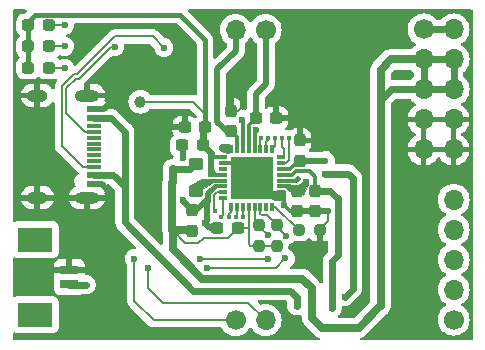
<source format=gtl>
G04 #@! TF.GenerationSoftware,KiCad,Pcbnew,8.0.5*
G04 #@! TF.CreationDate,2024-09-22T09:32:29+02:00*
G04 #@! TF.ProjectId,nPM1300-breakout,6e504d31-3330-4302-9d62-7265616b6f75,rev?*
G04 #@! TF.SameCoordinates,Original*
G04 #@! TF.FileFunction,Copper,L1,Top*
G04 #@! TF.FilePolarity,Positive*
%FSLAX46Y46*%
G04 Gerber Fmt 4.6, Leading zero omitted, Abs format (unit mm)*
G04 Created by KiCad (PCBNEW 8.0.5) date 2024-09-22 09:32:29*
%MOMM*%
%LPD*%
G01*
G04 APERTURE LIST*
G04 Aperture macros list*
%AMRoundRect*
0 Rectangle with rounded corners*
0 $1 Rounding radius*
0 $2 $3 $4 $5 $6 $7 $8 $9 X,Y pos of 4 corners*
0 Add a 4 corners polygon primitive as box body*
4,1,4,$2,$3,$4,$5,$6,$7,$8,$9,$2,$3,0*
0 Add four circle primitives for the rounded corners*
1,1,$1+$1,$2,$3*
1,1,$1+$1,$4,$5*
1,1,$1+$1,$6,$7*
1,1,$1+$1,$8,$9*
0 Add four rect primitives between the rounded corners*
20,1,$1+$1,$2,$3,$4,$5,0*
20,1,$1+$1,$4,$5,$6,$7,0*
20,1,$1+$1,$6,$7,$8,$9,0*
20,1,$1+$1,$8,$9,$2,$3,0*%
G04 Aperture macros list end*
G04 #@! TA.AperFunction,Conductor*
%ADD10C,0.001000*%
G04 #@! TD*
G04 #@! TA.AperFunction,Conductor*
%ADD11C,0.002000*%
G04 #@! TD*
G04 #@! TA.AperFunction,EtchedComponent*
%ADD12C,0.000000*%
G04 #@! TD*
G04 #@! TA.AperFunction,SMDPad,CuDef*
%ADD13RoundRect,0.237500X0.237500X-0.250000X0.237500X0.250000X-0.237500X0.250000X-0.237500X-0.250000X0*%
G04 #@! TD*
G04 #@! TA.AperFunction,ComponentPad*
%ADD14C,1.700000*%
G04 #@! TD*
G04 #@! TA.AperFunction,ComponentPad*
%ADD15O,1.700000X1.700000*%
G04 #@! TD*
G04 #@! TA.AperFunction,SMDPad,CuDef*
%ADD16C,0.500000*%
G04 #@! TD*
G04 #@! TA.AperFunction,SMDPad,CuDef*
%ADD17RoundRect,0.237500X0.287500X0.237500X-0.287500X0.237500X-0.287500X-0.237500X0.287500X-0.237500X0*%
G04 #@! TD*
G04 #@! TA.AperFunction,SMDPad,CuDef*
%ADD18RoundRect,0.237500X-0.237500X0.300000X-0.237500X-0.300000X0.237500X-0.300000X0.237500X0.300000X0*%
G04 #@! TD*
G04 #@! TA.AperFunction,SMDPad,CuDef*
%ADD19RoundRect,0.250000X-0.350000X0.275000X-0.350000X-0.275000X0.350000X-0.275000X0.350000X0.275000X0*%
G04 #@! TD*
G04 #@! TA.AperFunction,SMDPad,CuDef*
%ADD20C,1.000000*%
G04 #@! TD*
G04 #@! TA.AperFunction,SMDPad,CuDef*
%ADD21RoundRect,0.237500X0.300000X0.237500X-0.300000X0.237500X-0.300000X-0.237500X0.300000X-0.237500X0*%
G04 #@! TD*
G04 #@! TA.AperFunction,SMDPad,CuDef*
%ADD22R,0.800000X0.300000*%
G04 #@! TD*
G04 #@! TA.AperFunction,SMDPad,CuDef*
%ADD23R,0.300000X0.800000*%
G04 #@! TD*
G04 #@! TA.AperFunction,SMDPad,CuDef*
%ADD24R,3.600000X3.600000*%
G04 #@! TD*
G04 #@! TA.AperFunction,SMDPad,CuDef*
%ADD25RoundRect,0.237500X0.237500X-0.300000X0.237500X0.300000X-0.237500X0.300000X-0.237500X-0.300000X0*%
G04 #@! TD*
G04 #@! TA.AperFunction,SMDPad,CuDef*
%ADD26RoundRect,0.237500X-0.300000X-0.237500X0.300000X-0.237500X0.300000X0.237500X-0.300000X0.237500X0*%
G04 #@! TD*
G04 #@! TA.AperFunction,SMDPad,CuDef*
%ADD27RoundRect,0.237500X-0.250000X-0.237500X0.250000X-0.237500X0.250000X0.237500X-0.250000X0.237500X0*%
G04 #@! TD*
G04 #@! TA.AperFunction,SMDPad,CuDef*
%ADD28R,1.600000X0.800000*%
G04 #@! TD*
G04 #@! TA.AperFunction,SMDPad,CuDef*
%ADD29R,3.000000X2.100000*%
G04 #@! TD*
G04 #@! TA.AperFunction,SMDPad,CuDef*
%ADD30R,1.150000X0.600000*%
G04 #@! TD*
G04 #@! TA.AperFunction,SMDPad,CuDef*
%ADD31R,1.150000X0.300000*%
G04 #@! TD*
G04 #@! TA.AperFunction,ComponentPad*
%ADD32O,2.100000X1.000000*%
G04 #@! TD*
G04 #@! TA.AperFunction,ComponentPad*
%ADD33O,1.800000X1.000000*%
G04 #@! TD*
G04 #@! TA.AperFunction,ViaPad*
%ADD34C,0.600000*%
G04 #@! TD*
G04 #@! TA.AperFunction,ViaPad*
%ADD35C,0.700000*%
G04 #@! TD*
G04 #@! TA.AperFunction,ViaPad*
%ADD36C,0.500000*%
G04 #@! TD*
G04 #@! TA.AperFunction,ViaPad*
%ADD37C,0.400000*%
G04 #@! TD*
G04 #@! TA.AperFunction,Conductor*
%ADD38C,0.200000*%
G04 #@! TD*
G04 #@! TA.AperFunction,Conductor*
%ADD39C,0.300000*%
G04 #@! TD*
G04 #@! TA.AperFunction,Conductor*
%ADD40C,0.500000*%
G04 #@! TD*
G04 #@! TA.AperFunction,Conductor*
%ADD41C,0.580000*%
G04 #@! TD*
G04 #@! TA.AperFunction,Conductor*
%ADD42C,0.600000*%
G04 #@! TD*
G04 #@! TA.AperFunction,Conductor*
%ADD43C,0.700000*%
G04 #@! TD*
G04 #@! TA.AperFunction,Conductor*
%ADD44C,0.550000*%
G04 #@! TD*
G04 #@! TA.AperFunction,Conductor*
%ADD45C,0.400000*%
G04 #@! TD*
G04 APERTURE END LIST*
D10*
X114940000Y-71620000D02*
X114940000Y-72360000D01*
X114411740Y-72286337D01*
X114414223Y-71592213D01*
X114940000Y-71620000D01*
G04 #@! TA.AperFunction,Conductor*
G36*
X114940000Y-71620000D02*
G01*
X114940000Y-72360000D01*
X114411740Y-72286337D01*
X114414223Y-71592213D01*
X114940000Y-71620000D01*
G37*
G04 #@! TD.AperFunction*
D11*
X118880000Y-76350000D02*
X118880176Y-76368998D01*
X118820000Y-76340000D01*
X118810000Y-76330000D01*
X118880000Y-76350000D01*
G04 #@! TA.AperFunction,Conductor*
G36*
X118880000Y-76350000D02*
G01*
X118880176Y-76368998D01*
X118820000Y-76340000D01*
X118810000Y-76330000D01*
X118880000Y-76350000D01*
G37*
G04 #@! TD.AperFunction*
D10*
X121630000Y-75040000D02*
X121170000Y-75970000D01*
X120800000Y-75110000D01*
X121180000Y-74860000D01*
X121240000Y-74630000D01*
X121620000Y-74620000D01*
X121630000Y-75040000D01*
G04 #@! TA.AperFunction,Conductor*
G36*
X121630000Y-75040000D02*
G01*
X121170000Y-75970000D01*
X120800000Y-75110000D01*
X121180000Y-74860000D01*
X121240000Y-74630000D01*
X121620000Y-74620000D01*
X121630000Y-75040000D01*
G37*
G04 #@! TD.AperFunction*
D11*
X113520000Y-74160000D02*
X113511294Y-74367374D01*
X113180000Y-74360000D01*
X113120000Y-74210000D01*
X113120000Y-74010000D01*
X113520000Y-74160000D01*
G04 #@! TA.AperFunction,Conductor*
G36*
X113520000Y-74160000D02*
G01*
X113511294Y-74367374D01*
X113180000Y-74360000D01*
X113120000Y-74210000D01*
X113120000Y-74010000D01*
X113520000Y-74160000D01*
G37*
G04 #@! TD.AperFunction*
D10*
X114930000Y-72350000D02*
X114930000Y-72420000D01*
X114810000Y-72340000D01*
X114930000Y-72350000D01*
G04 #@! TA.AperFunction,Conductor*
G36*
X114930000Y-72350000D02*
G01*
X114930000Y-72420000D01*
X114810000Y-72340000D01*
X114930000Y-72350000D01*
G37*
G04 #@! TD.AperFunction*
D11*
X113760000Y-74070000D02*
X113974168Y-74071773D01*
X113999331Y-74072453D01*
X114009360Y-74368096D01*
X113488992Y-74367374D01*
X113560000Y-73730000D01*
X113760000Y-74070000D01*
G04 #@! TA.AperFunction,Conductor*
G36*
X113760000Y-74070000D02*
G01*
X113974168Y-74071773D01*
X113999331Y-74072453D01*
X114009360Y-74368096D01*
X113488992Y-74367374D01*
X113560000Y-73730000D01*
X113760000Y-74070000D01*
G37*
G04 #@! TD.AperFunction*
X119670000Y-76360000D02*
X118893850Y-76365322D01*
X118580000Y-76250000D01*
X118580000Y-75580000D01*
X119670000Y-75580000D01*
X119670000Y-76360000D01*
G04 #@! TA.AperFunction,Conductor*
G36*
X119670000Y-76360000D02*
G01*
X118893850Y-76365322D01*
X118580000Y-76250000D01*
X118580000Y-75580000D01*
X119670000Y-75580000D01*
X119670000Y-76360000D01*
G37*
G04 #@! TD.AperFunction*
D10*
X120240000Y-75760000D02*
X119760000Y-75370000D01*
X120029189Y-75071891D01*
X120479285Y-75071304D01*
X120240000Y-75760000D01*
G04 #@! TA.AperFunction,Conductor*
G36*
X120240000Y-75760000D02*
G01*
X119760000Y-75370000D01*
X120029189Y-75071891D01*
X120479285Y-75071304D01*
X120240000Y-75760000D01*
G37*
G04 #@! TD.AperFunction*
X113560000Y-74580000D02*
X113530000Y-74860000D01*
X112670000Y-75450000D01*
X111700000Y-75110000D01*
X112620000Y-74570000D01*
X113560000Y-74580000D01*
G04 #@! TA.AperFunction,Conductor*
G36*
X113560000Y-74580000D02*
G01*
X113530000Y-74860000D01*
X112670000Y-75450000D01*
X111700000Y-75110000D01*
X112620000Y-74570000D01*
X113560000Y-74580000D01*
G37*
G04 #@! TD.AperFunction*
X113780000Y-75360000D02*
X113300000Y-75860000D01*
X113310000Y-76500000D01*
X112810000Y-76500000D01*
X112900000Y-76050000D01*
X112990000Y-75590000D01*
X113680000Y-75078239D01*
X113714964Y-75075155D01*
X113780000Y-75360000D01*
G04 #@! TA.AperFunction,Conductor*
G36*
X113780000Y-75360000D02*
G01*
X113300000Y-75860000D01*
X113310000Y-76500000D01*
X112810000Y-76500000D01*
X112900000Y-76050000D01*
X112990000Y-75590000D01*
X113680000Y-75078239D01*
X113714964Y-75075155D01*
X113780000Y-75360000D01*
G37*
G04 #@! TD.AperFunction*
X112890000Y-76280000D02*
X112707280Y-76287459D01*
X112910000Y-76100000D01*
X112890000Y-76280000D01*
G04 #@! TA.AperFunction,Conductor*
G36*
X112890000Y-76280000D02*
G01*
X112707280Y-76287459D01*
X112910000Y-76100000D01*
X112890000Y-76280000D01*
G37*
G04 #@! TD.AperFunction*
D12*
G04 #@! TA.AperFunction,EtchedComponent*
G36*
X113310000Y-77500000D02*
G01*
X112810000Y-77500000D01*
X112810000Y-76500000D01*
X113310000Y-76500000D01*
X113310000Y-77500000D01*
G37*
G04 #@! TD.AperFunction*
D13*
X117470000Y-80275000D03*
X117470000Y-78450000D03*
D14*
X131390000Y-61930000D03*
D15*
X133930000Y-61930000D03*
X131390000Y-64470000D03*
X133930000Y-64470000D03*
X131390000Y-67010000D03*
X133930000Y-67010000D03*
X131390000Y-69550000D03*
X133930000Y-69550000D03*
X131390000Y-72090000D03*
X133930000Y-72090000D03*
D16*
X113060000Y-77500000D03*
X113060000Y-76500000D03*
D17*
X99667500Y-65180000D03*
X97917500Y-65180000D03*
D18*
X120710000Y-75607500D03*
X120710000Y-77332500D03*
D17*
X99670000Y-63350000D03*
X97920000Y-63350000D03*
D19*
X112120000Y-73310000D03*
X112120000Y-75610000D03*
D20*
X107400000Y-68040000D03*
D21*
X118915000Y-69420000D03*
X117190000Y-69420000D03*
D22*
X114380000Y-72720000D03*
X114380000Y-73220000D03*
X114380000Y-73720000D03*
X114380000Y-74220000D03*
X114380000Y-74720000D03*
X114380000Y-75220000D03*
X114380000Y-75720000D03*
X114380000Y-76220000D03*
D23*
X115080000Y-76920000D03*
X115580000Y-76920000D03*
X116080000Y-76920000D03*
X116580000Y-76920000D03*
X117080000Y-76920000D03*
X117580000Y-76920000D03*
X118080000Y-76920000D03*
X118580000Y-76920000D03*
D22*
X119280000Y-76220000D03*
X119280000Y-75720000D03*
X119280000Y-75220000D03*
X119280000Y-74720000D03*
X119280000Y-74220000D03*
X119280000Y-73720000D03*
X119280000Y-73220000D03*
X119280000Y-72720000D03*
D23*
X118580000Y-72020000D03*
X118080000Y-72020000D03*
X117580000Y-72020000D03*
X117080000Y-72020000D03*
X116580000Y-72020000D03*
X116080000Y-72020000D03*
X115580000Y-72020000D03*
X115080000Y-72020000D03*
D24*
X116830000Y-74470000D03*
D25*
X115060000Y-70515000D03*
X115060000Y-68790000D03*
D14*
X115475250Y-86540000D03*
D15*
X118015250Y-86540000D03*
D26*
X110957500Y-71740000D03*
X112682500Y-71740000D03*
D27*
X120810000Y-78900000D03*
X122635000Y-78900000D03*
D13*
X118980000Y-80275000D03*
X118980000Y-78450000D03*
D28*
X101390000Y-82270000D03*
X101390000Y-83520000D03*
D29*
X98490000Y-79720000D03*
X98490000Y-86070000D03*
D25*
X111780000Y-78952500D03*
X111780000Y-77227500D03*
D18*
X122230000Y-75610000D03*
X122230000Y-77335000D03*
D14*
X118025250Y-61960000D03*
D15*
X115485250Y-61960000D03*
D17*
X99670000Y-61560000D03*
X97920000Y-61560000D03*
D18*
X120910000Y-71327500D03*
X120910000Y-73052500D03*
D14*
X133940000Y-86490000D03*
D15*
X133940000Y-83950000D03*
X133940000Y-81410000D03*
X133940000Y-78870000D03*
X133940000Y-76330000D03*
D21*
X115642500Y-78770000D03*
X113917500Y-78770000D03*
D30*
X103455000Y-68640000D03*
X103455000Y-69440000D03*
D31*
X103455000Y-70590000D03*
X103455000Y-71590000D03*
X103455000Y-72090000D03*
X103455000Y-73090000D03*
D30*
X103455000Y-75040000D03*
X103455000Y-74240000D03*
D31*
X103455000Y-73590000D03*
X103455000Y-72590000D03*
X103455000Y-71090000D03*
X103455000Y-70090000D03*
D32*
X102880000Y-67520000D03*
X102880000Y-76160000D03*
D33*
X98700000Y-67520000D03*
X98700000Y-76160000D03*
D21*
X112892500Y-70210000D03*
X111167500Y-70210000D03*
D34*
X129840000Y-85340000D03*
X117890000Y-73390000D03*
X122260000Y-68810000D03*
X122030000Y-80260000D03*
X104820000Y-68150000D03*
X129050000Y-68450000D03*
X116830000Y-74470000D03*
X119550000Y-76760000D03*
X116830000Y-75530000D03*
X126530000Y-65720000D03*
X117890000Y-74480000D03*
X126580000Y-68550000D03*
X117890000Y-75530000D03*
X123300000Y-77330000D03*
X104700000Y-75580000D03*
X116070000Y-68400000D03*
X103660000Y-62090000D03*
X114940000Y-67780000D03*
X115750000Y-75520000D03*
X129070000Y-65800000D03*
X116830000Y-73390000D03*
X115750000Y-73390000D03*
X112850000Y-78320000D03*
X115750000Y-74470000D03*
X120650000Y-85330000D03*
X123650000Y-85540000D03*
X121451664Y-74802036D03*
X124720000Y-84540000D03*
X123080000Y-74130000D03*
X102830000Y-83530000D03*
X116030000Y-69570000D03*
X117230000Y-70400000D03*
D35*
X110160000Y-73720000D03*
X110140000Y-78920000D03*
X114400000Y-71940000D03*
D34*
X111020000Y-72770000D03*
X111040000Y-76330000D03*
X123080000Y-73030000D03*
X113370000Y-72730000D03*
D36*
X120722029Y-74620000D03*
D34*
X101000000Y-61560000D03*
D37*
X118830000Y-71120000D03*
D34*
X101000000Y-63350000D03*
D37*
X118230000Y-71120000D03*
X117630000Y-71120000D03*
D34*
X101000000Y-65210000D03*
D37*
X113750000Y-77270000D03*
X116080000Y-77780000D03*
X114250000Y-77774364D03*
X115480000Y-77780000D03*
X114880000Y-77780000D03*
D34*
X118220000Y-79360000D03*
X118220000Y-81320000D03*
X106900000Y-81320000D03*
X112480000Y-81320000D03*
X108080000Y-82100000D03*
X119700000Y-81310000D03*
X119710000Y-79390000D03*
X113050000Y-82100000D03*
X109410000Y-63460000D03*
D37*
X119430000Y-71120000D03*
D34*
X105240000Y-63400000D03*
D37*
X120030000Y-71120000D03*
D38*
X114250000Y-77774364D02*
X114380000Y-77644364D01*
X114380000Y-77644364D02*
X114380000Y-76220000D01*
X113650000Y-75960000D02*
X113890000Y-75720000D01*
X113890000Y-75720000D02*
X114380000Y-75720000D01*
X113650000Y-77170000D02*
X113750000Y-77270000D01*
X113650000Y-75960000D02*
X113650000Y-77170000D01*
X115580000Y-76920000D02*
X115580000Y-77680000D01*
X115580000Y-77680000D02*
X115480000Y-77780000D01*
X115480000Y-77780000D02*
X115529997Y-77780000D01*
X115080000Y-76920000D02*
X115080000Y-77360000D01*
X115080000Y-77360000D02*
X114880000Y-77560000D01*
X114880000Y-77560000D02*
X114880000Y-77780000D01*
X112850000Y-78320000D02*
X112770000Y-78400000D01*
D39*
X114380000Y-73220000D02*
X115580000Y-73220000D01*
D38*
X115060000Y-68790000D02*
X115680000Y-68790000D01*
D40*
X113060000Y-77500000D02*
X113060000Y-78110000D01*
X113060000Y-78110000D02*
X112850000Y-78320000D01*
D38*
X115680000Y-68790000D02*
X116070000Y-68400000D01*
D40*
X113300000Y-78770000D02*
X112850000Y-78320000D01*
D39*
X119550000Y-76410000D02*
X119550000Y-76760000D01*
D38*
X119280000Y-76220000D02*
X119360000Y-76220000D01*
D40*
X103455000Y-75040000D02*
X104160000Y-75040000D01*
D38*
X122635000Y-78900000D02*
X122635000Y-78825000D01*
D40*
X120710000Y-77332500D02*
X122227500Y-77332500D01*
D39*
X120710000Y-77332500D02*
X120122500Y-77332500D01*
D38*
X114940000Y-68670000D02*
X115060000Y-68790000D01*
X123295000Y-77335000D02*
X123300000Y-77330000D01*
D40*
X114940000Y-67780000D02*
X114940000Y-68670000D01*
D39*
X120122500Y-77332500D02*
X119550000Y-76760000D01*
D40*
X103455000Y-68640000D02*
X104330000Y-68640000D01*
D38*
X120730000Y-77502500D02*
X120940000Y-77502500D01*
X117090000Y-74470000D02*
X116830000Y-74470000D01*
D40*
X122230000Y-77335000D02*
X123295000Y-77335000D01*
X104160000Y-75040000D02*
X104700000Y-75580000D01*
X113917500Y-78770000D02*
X113300000Y-78770000D01*
D38*
X119360000Y-76220000D02*
X119550000Y-76410000D01*
X122635000Y-78825000D02*
X123295000Y-78165000D01*
D39*
X122227500Y-77332500D02*
X122230000Y-77335000D01*
D40*
X104330000Y-68640000D02*
X104820000Y-68150000D01*
D38*
X123295000Y-78165000D02*
X123295000Y-77335000D01*
D41*
X106090000Y-75220000D02*
X105110000Y-74240000D01*
D39*
X119280000Y-74220000D02*
X120273502Y-74220000D01*
D41*
X123650000Y-85540000D02*
X123650000Y-81510000D01*
X120090000Y-84050000D02*
X111880000Y-84050000D01*
X120650000Y-85330000D02*
X120650000Y-84610000D01*
D39*
X122230000Y-74390000D02*
X122230000Y-75610000D01*
D41*
X124110000Y-81050000D02*
X124110000Y-76230000D01*
X123460000Y-75610000D02*
X122230000Y-75610000D01*
X106090000Y-70590000D02*
X106090000Y-75220000D01*
X120650000Y-84610000D02*
X120090000Y-84050000D01*
X105110000Y-74240000D02*
X103455000Y-74240000D01*
X104940000Y-69440000D02*
X106090000Y-70590000D01*
D39*
X120273502Y-74220000D02*
X120553502Y-73940000D01*
X121780000Y-73940000D02*
X122230000Y-74390000D01*
D41*
X123650000Y-81510000D02*
X124110000Y-81050000D01*
X124110000Y-76230000D02*
X124080000Y-76230000D01*
X111880000Y-84050000D02*
X106090000Y-78260000D01*
X103455000Y-69440000D02*
X104940000Y-69440000D01*
X106090000Y-78260000D02*
X106090000Y-78080000D01*
X124080000Y-76230000D02*
X123460000Y-75610000D01*
D39*
X120553502Y-73940000D02*
X121780000Y-73940000D01*
D41*
X106090000Y-75220000D02*
X106090000Y-78080000D01*
D42*
X125390000Y-74510000D02*
X125010000Y-74130000D01*
D38*
X121451664Y-74802036D02*
X121451664Y-74968336D01*
D39*
X120090000Y-75220000D02*
X120477500Y-75607500D01*
D42*
X125390000Y-83870000D02*
X125390000Y-74510000D01*
X124720000Y-84540000D02*
X125390000Y-83870000D01*
X125010000Y-74130000D02*
X123080000Y-74130000D01*
D38*
X121451664Y-74802036D02*
X121447964Y-74802036D01*
X120812500Y-75607500D02*
X120710000Y-75607500D01*
X120710000Y-75607500D02*
X120710000Y-75550000D01*
X121447964Y-74802036D02*
X121320000Y-74930000D01*
D39*
X119280000Y-75220000D02*
X120090000Y-75220000D01*
D42*
X102830000Y-83530000D02*
X101400000Y-83530000D01*
D38*
X101400000Y-83530000D02*
X101390000Y-83520000D01*
X121451664Y-74802036D02*
X121451664Y-74808336D01*
D39*
X120477500Y-75607500D02*
X120710000Y-75607500D01*
D43*
X127730000Y-85350000D02*
X127750000Y-85350000D01*
D39*
X117080000Y-72020000D02*
X117080000Y-70550000D01*
D43*
X110140000Y-78920000D02*
X111747500Y-78920000D01*
X110160000Y-73720000D02*
X110160000Y-74880000D01*
D42*
X131390000Y-67010000D02*
X128660000Y-67010000D01*
X128660000Y-67010000D02*
X127750000Y-67920000D01*
D43*
X121910000Y-86320000D02*
X122780000Y-87190000D01*
D38*
X117080000Y-70550000D02*
X117230000Y-70400000D01*
X111220000Y-80000000D02*
X110140000Y-78920000D01*
X110160000Y-74880000D02*
X110120000Y-74920000D01*
D43*
X127750000Y-67920000D02*
X127750000Y-65320000D01*
D42*
X131390000Y-64470000D02*
X133930000Y-64470000D01*
D43*
X110140000Y-80540000D02*
X112640000Y-83040000D01*
D42*
X133930000Y-64470000D02*
X133930000Y-67010000D01*
D43*
X121910000Y-83820000D02*
X121910000Y-86320000D01*
D38*
X116580000Y-76920000D02*
X116580000Y-78740000D01*
X118980000Y-80275000D02*
X116735000Y-80275000D01*
D43*
X127750000Y-65320000D02*
X128620000Y-64450000D01*
D39*
X116080000Y-72020000D02*
X116080000Y-69620000D01*
D43*
X127750000Y-68790000D02*
X127750000Y-67920000D01*
X128620000Y-64450000D02*
X129100000Y-64450000D01*
D42*
X110160000Y-73720000D02*
X111600000Y-73720000D01*
D38*
X116550000Y-78770000D02*
X116580000Y-78740000D01*
D43*
X112640000Y-83040000D02*
X121130000Y-83040000D01*
X110120000Y-78900000D02*
X110120000Y-76130000D01*
X110120000Y-74920000D02*
X110120000Y-76130000D01*
D39*
X116080000Y-69620000D02*
X116030000Y-69570000D01*
D43*
X121130000Y-83040000D02*
X121910000Y-83820000D01*
D42*
X111600000Y-73720000D02*
X112010000Y-73310000D01*
D40*
X114370000Y-71940000D02*
X114970000Y-71940000D01*
D38*
X115642500Y-78770000D02*
X116550000Y-78770000D01*
D42*
X131390000Y-64470000D02*
X131390000Y-67010000D01*
D38*
X115642500Y-78770000D02*
X114867500Y-79545000D01*
D43*
X111747500Y-78920000D02*
X111780000Y-78952500D01*
X110140000Y-78920000D02*
X110140000Y-80540000D01*
X127750000Y-85350000D02*
X127750000Y-68790000D01*
D38*
X112310000Y-80000000D02*
X111220000Y-80000000D01*
D42*
X131390000Y-67010000D02*
X133930000Y-67010000D01*
D43*
X125890000Y-87190000D02*
X127730000Y-85350000D01*
X129120000Y-64470000D02*
X131390000Y-64470000D01*
X110140000Y-78920000D02*
X110120000Y-78900000D01*
X122780000Y-87190000D02*
X125890000Y-87190000D01*
D38*
X116580000Y-78740000D02*
X116580000Y-80120000D01*
X116735000Y-80275000D02*
X116580000Y-80120000D01*
D43*
X129100000Y-64450000D02*
X129120000Y-64470000D01*
D38*
X114867500Y-79545000D02*
X112765000Y-79545000D01*
X112765000Y-79545000D02*
X112310000Y-80000000D01*
D39*
X114380000Y-75220000D02*
X113910000Y-75220000D01*
D40*
X111020000Y-71802500D02*
X110957500Y-71740000D01*
D44*
X112880000Y-76500000D02*
X112152500Y-77227500D01*
D40*
X111020000Y-72770000D02*
X111020000Y-71802500D01*
X111040000Y-76330000D02*
X111040000Y-76487500D01*
D39*
X114380000Y-75220000D02*
X113733604Y-75220000D01*
D38*
X112152500Y-77227500D02*
X111780000Y-77227500D01*
D40*
X111040000Y-76487500D02*
X111780000Y-77227500D01*
D39*
X120066396Y-73720000D02*
X120733896Y-73052500D01*
X119280000Y-73720000D02*
X120066396Y-73720000D01*
X120733896Y-73052500D02*
X120910000Y-73052500D01*
D42*
X131390000Y-61930000D02*
X133930000Y-61930000D01*
D40*
X123057500Y-73052500D02*
X120910000Y-73052500D01*
X123080000Y-73030000D02*
X123057500Y-73052500D01*
D39*
X115580000Y-72020000D02*
X115580000Y-71035000D01*
D40*
X114725000Y-70515000D02*
X113940000Y-69730000D01*
X113940000Y-65290000D02*
X115485250Y-63744750D01*
D39*
X115060000Y-70515000D02*
X114725000Y-70515000D01*
D40*
X115485250Y-63744750D02*
X115485250Y-61960000D01*
X113940000Y-69730000D02*
X113940000Y-65290000D01*
D39*
X115580000Y-71035000D02*
X115060000Y-70515000D01*
X118040000Y-66520000D02*
X118025250Y-66505250D01*
D40*
X117190000Y-67370000D02*
X118040000Y-66520000D01*
X118025250Y-66505250D02*
X118025250Y-61960000D01*
X117190000Y-69420000D02*
X117190000Y-67370000D01*
D39*
X116580000Y-72020000D02*
X116580000Y-70030000D01*
X116580000Y-70030000D02*
X117190000Y-69420000D01*
D38*
X111862500Y-68040000D02*
X107400000Y-68040000D01*
D40*
X113370000Y-72730000D02*
X113370000Y-74020000D01*
D45*
X97920000Y-61270000D02*
X97920000Y-61560000D01*
D42*
X113360000Y-72417500D02*
X113360000Y-72720000D01*
D45*
X112892500Y-70210000D02*
X112892500Y-69070000D01*
D39*
X120622029Y-74720000D02*
X120722029Y-74620000D01*
D45*
X97920000Y-65177500D02*
X97917500Y-65180000D01*
D38*
X112892500Y-69070000D02*
X111862500Y-68040000D01*
D45*
X98505000Y-60685000D02*
X97920000Y-61270000D01*
D42*
X113360000Y-72417500D02*
X112682500Y-71740000D01*
D39*
X114380000Y-72720000D02*
X113360000Y-72720000D01*
D45*
X97920000Y-61560000D02*
X97920000Y-65177500D01*
D42*
X112682500Y-71740000D02*
X112682500Y-70420000D01*
D45*
X112892500Y-69070000D02*
X112892500Y-62832500D01*
X110745000Y-60685000D02*
X98505000Y-60685000D01*
D39*
X119280000Y-74720000D02*
X120622029Y-74720000D01*
D42*
X112682500Y-70420000D02*
X112892500Y-70210000D01*
D38*
X113360000Y-72720000D02*
X113370000Y-72730000D01*
D45*
X112892500Y-62832500D02*
X110745000Y-60685000D01*
D38*
X101000000Y-61560000D02*
X99670000Y-61560000D01*
X118819994Y-71120000D02*
X118819994Y-71780006D01*
X118819994Y-71780006D02*
X118580000Y-72020000D01*
X118080000Y-72020000D02*
X118080000Y-71420000D01*
X118080000Y-71420000D02*
X118219991Y-71280009D01*
X101000000Y-63350000D02*
X99670000Y-63350000D01*
X118219991Y-71280009D02*
X118219991Y-71120000D01*
X99697500Y-65210000D02*
X99667500Y-65180000D01*
X101000000Y-65210000D02*
X99697500Y-65210000D01*
X117619988Y-71120000D02*
X117580000Y-71159988D01*
X117580000Y-71159988D02*
X117580000Y-72020000D01*
X116080000Y-76920000D02*
X116080000Y-77780000D01*
X108540000Y-86540000D02*
X115475250Y-86540000D01*
X117470000Y-78610000D02*
X117470000Y-78360000D01*
X117080000Y-76920000D02*
X117080000Y-78060000D01*
X106900000Y-81320000D02*
X106900000Y-84920000D01*
X108530000Y-86550000D02*
X108540000Y-86540000D01*
X117470000Y-78450000D02*
X117560000Y-78360000D01*
X117080000Y-78060000D02*
X117470000Y-78450000D01*
X117560000Y-78360000D02*
X117680000Y-78360000D01*
X106900000Y-84920000D02*
X108530000Y-86550000D01*
X118220000Y-81320000D02*
X112480000Y-81320000D01*
X118220000Y-79360000D02*
X117470000Y-78610000D01*
X113050000Y-82100000D02*
X118910000Y-82100000D01*
X117710000Y-77640000D02*
X118170000Y-77640000D01*
X119710000Y-79390000D02*
X118980000Y-78660000D01*
X117580000Y-77510000D02*
X117710000Y-77640000D01*
X118910000Y-82100000D02*
X119700000Y-81310000D01*
X109350000Y-85060000D02*
X116535250Y-85060000D01*
X108080000Y-83790000D02*
X109350000Y-85060000D01*
X118980000Y-78660000D02*
X118980000Y-78360000D01*
X116535250Y-85060000D02*
X118015250Y-86540000D01*
X117580000Y-76920000D02*
X117580000Y-77510000D01*
X108080000Y-82100000D02*
X108080000Y-83790000D01*
X118170000Y-77640000D02*
X118980000Y-78450000D01*
D39*
X114380000Y-74720000D02*
X112900000Y-74720000D01*
D38*
X118580000Y-76920000D02*
X118830000Y-76920000D01*
X120810000Y-78900000D02*
X121120000Y-78900000D01*
X118830000Y-76920000D02*
X120810000Y-78900000D01*
X101764314Y-65740000D02*
X100750000Y-66754314D01*
X100750000Y-71770000D02*
X102570000Y-73590000D01*
X119419997Y-71120000D02*
X119419997Y-71889997D01*
X105240000Y-62520000D02*
X102020000Y-65740000D01*
X119550000Y-72720000D02*
X119570000Y-72700000D01*
X100750000Y-66754314D02*
X100750000Y-71770000D01*
X102570000Y-73590000D02*
X103455000Y-73590000D01*
X102020000Y-65740000D02*
X101764314Y-65740000D01*
X108470000Y-62520000D02*
X105240000Y-62520000D01*
X119419997Y-71889997D02*
X119580000Y-72050000D01*
X119580000Y-72050000D02*
X119580000Y-72690000D01*
X109410000Y-63460000D02*
X108470000Y-62520000D01*
X119980000Y-71160000D02*
X120020000Y-71120000D01*
X119770000Y-73220000D02*
X119980000Y-73010000D01*
X104925686Y-63400000D02*
X102185686Y-66140000D01*
X119980000Y-73010000D02*
X119980000Y-71160000D01*
X102720000Y-70590000D02*
X103455000Y-70590000D01*
X105240000Y-63400000D02*
X104925686Y-63400000D01*
X119280000Y-73220000D02*
X119770000Y-73220000D01*
X101150000Y-66920000D02*
X101150000Y-69020000D01*
X101930000Y-66140000D02*
X101150000Y-66920000D01*
X102185686Y-66140000D02*
X101930000Y-66140000D01*
X101150000Y-69020000D02*
X102720000Y-70590000D01*
G04 #@! TA.AperFunction,Conductor*
G36*
X97736519Y-60250185D02*
G01*
X97782274Y-60302989D01*
X97792218Y-60372147D01*
X97763193Y-60435703D01*
X97757169Y-60442173D01*
X97664796Y-60534545D01*
X97649621Y-60549721D01*
X97588298Y-60583205D01*
X97574542Y-60585397D01*
X97482247Y-60594826D01*
X97318484Y-60649092D01*
X97318481Y-60649093D01*
X97171648Y-60739661D01*
X97049661Y-60861648D01*
X96959093Y-61008481D01*
X96959091Y-61008486D01*
X96932545Y-61088597D01*
X96904826Y-61172247D01*
X96904826Y-61172248D01*
X96904825Y-61172248D01*
X96894500Y-61273315D01*
X96894500Y-61846669D01*
X96894501Y-61846687D01*
X96904825Y-61947752D01*
X96918613Y-61989359D01*
X96959092Y-62111516D01*
X97044999Y-62250794D01*
X97049661Y-62258351D01*
X97158628Y-62367318D01*
X97192113Y-62428641D01*
X97187129Y-62498333D01*
X97158629Y-62542679D01*
X97049661Y-62651648D01*
X96959093Y-62798481D01*
X96959091Y-62798486D01*
X96948186Y-62831395D01*
X96904826Y-62962247D01*
X96904826Y-62962248D01*
X96904825Y-62962248D01*
X96894500Y-63063315D01*
X96894500Y-63636669D01*
X96894501Y-63636687D01*
X96904825Y-63737752D01*
X96928608Y-63809522D01*
X96959092Y-63901516D01*
X97044999Y-64040794D01*
X97049661Y-64048351D01*
X97176757Y-64175447D01*
X97174710Y-64177493D01*
X97207475Y-64223751D01*
X97210623Y-64293550D01*
X97175536Y-64353970D01*
X97170320Y-64358489D01*
X97047159Y-64481651D01*
X96956593Y-64628481D01*
X96956592Y-64628484D01*
X96902326Y-64792247D01*
X96902326Y-64792248D01*
X96902325Y-64792248D01*
X96892000Y-64893315D01*
X96892000Y-65466669D01*
X96892001Y-65466687D01*
X96902325Y-65567752D01*
X96930319Y-65652229D01*
X96956592Y-65731516D01*
X97047160Y-65878350D01*
X97169150Y-66000340D01*
X97315984Y-66090908D01*
X97479747Y-66145174D01*
X97580823Y-66155500D01*
X98254176Y-66155499D01*
X98254184Y-66155498D01*
X98254187Y-66155498D01*
X98309530Y-66149844D01*
X98355253Y-66145174D01*
X98519016Y-66090908D01*
X98665850Y-66000340D01*
X98704819Y-65961371D01*
X98766142Y-65927886D01*
X98835834Y-65932870D01*
X98880181Y-65961371D01*
X98919150Y-66000340D01*
X99065984Y-66090908D01*
X99229747Y-66145174D01*
X99330823Y-66155500D01*
X100004176Y-66155499D01*
X100004184Y-66155498D01*
X100004187Y-66155498D01*
X100059530Y-66149844D01*
X100105253Y-66145174D01*
X100213802Y-66109203D01*
X100283628Y-66106802D01*
X100343671Y-66142533D01*
X100374864Y-66205053D01*
X100367304Y-66274513D01*
X100340487Y-66314591D01*
X100269480Y-66385598D01*
X100234560Y-66446082D01*
X100190423Y-66522529D01*
X100149499Y-66675257D01*
X100149499Y-66675259D01*
X100149499Y-66843360D01*
X100149500Y-66843373D01*
X100149500Y-66881960D01*
X100129815Y-66948999D01*
X100077011Y-66994754D01*
X100007853Y-67004698D01*
X99944297Y-66975673D01*
X99922398Y-66950851D01*
X99876751Y-66882537D01*
X99876748Y-66882533D01*
X99737466Y-66743251D01*
X99737462Y-66743248D01*
X99573684Y-66633814D01*
X99573671Y-66633807D01*
X99391693Y-66558430D01*
X99391681Y-66558427D01*
X99198495Y-66520000D01*
X98950000Y-66520000D01*
X98950000Y-67220000D01*
X98450000Y-67220000D01*
X98450000Y-66520000D01*
X98201504Y-66520000D01*
X98008318Y-66558427D01*
X98008306Y-66558430D01*
X97826328Y-66633807D01*
X97826315Y-66633814D01*
X97662537Y-66743248D01*
X97662533Y-66743251D01*
X97523251Y-66882533D01*
X97523248Y-66882537D01*
X97413814Y-67046315D01*
X97413807Y-67046328D01*
X97338430Y-67228307D01*
X97338430Y-67228309D01*
X97330138Y-67270000D01*
X98133012Y-67270000D01*
X98115795Y-67279940D01*
X98059940Y-67335795D01*
X98020444Y-67404204D01*
X98000000Y-67480504D01*
X98000000Y-67559496D01*
X98020444Y-67635796D01*
X98059940Y-67704205D01*
X98115795Y-67760060D01*
X98133012Y-67770000D01*
X97330138Y-67770000D01*
X97338430Y-67811690D01*
X97338430Y-67811692D01*
X97413807Y-67993671D01*
X97413814Y-67993684D01*
X97523248Y-68157462D01*
X97523251Y-68157466D01*
X97662533Y-68296748D01*
X97662537Y-68296751D01*
X97826315Y-68406185D01*
X97826328Y-68406192D01*
X98008306Y-68481569D01*
X98008318Y-68481572D01*
X98201504Y-68519999D01*
X98201508Y-68520000D01*
X98450000Y-68520000D01*
X98450000Y-67820000D01*
X98950000Y-67820000D01*
X98950000Y-68520000D01*
X99198492Y-68520000D01*
X99198495Y-68519999D01*
X99391681Y-68481572D01*
X99391693Y-68481569D01*
X99573671Y-68406192D01*
X99573684Y-68406185D01*
X99737462Y-68296751D01*
X99737466Y-68296748D01*
X99876748Y-68157466D01*
X99876751Y-68157462D01*
X99922398Y-68089148D01*
X99976010Y-68044343D01*
X100045335Y-68035636D01*
X100108363Y-68065790D01*
X100145082Y-68125233D01*
X100149500Y-68158039D01*
X100149500Y-71683330D01*
X100149499Y-71683348D01*
X100149499Y-71849054D01*
X100149498Y-71849054D01*
X100190423Y-72001787D01*
X100197764Y-72014501D01*
X100197766Y-72014503D01*
X100269477Y-72138712D01*
X100269481Y-72138717D01*
X100388349Y-72257585D01*
X100388355Y-72257590D01*
X102149228Y-74018464D01*
X102182713Y-74079787D01*
X102177729Y-74149479D01*
X102135857Y-74205412D01*
X102123548Y-74213532D01*
X102026635Y-74269485D01*
X102026632Y-74269487D01*
X101919487Y-74376632D01*
X101919485Y-74376635D01*
X101843719Y-74507863D01*
X101804500Y-74654234D01*
X101804500Y-74805765D01*
X101843719Y-74952136D01*
X101865245Y-74989419D01*
X101919485Y-75083365D01*
X101919486Y-75083366D01*
X101923549Y-75090403D01*
X101921346Y-75091674D01*
X101941959Y-75144983D01*
X101927923Y-75213428D01*
X101879112Y-75263420D01*
X101865845Y-75269866D01*
X101856324Y-75273809D01*
X101856315Y-75273814D01*
X101692537Y-75383248D01*
X101692533Y-75383251D01*
X101553251Y-75522533D01*
X101553248Y-75522537D01*
X101443814Y-75686315D01*
X101443807Y-75686328D01*
X101368430Y-75868307D01*
X101368430Y-75868309D01*
X101360138Y-75910000D01*
X102163012Y-75910000D01*
X102145795Y-75919940D01*
X102089940Y-75975795D01*
X102050444Y-76044204D01*
X102030000Y-76120504D01*
X102030000Y-76199496D01*
X102050444Y-76275796D01*
X102089940Y-76344205D01*
X102145795Y-76400060D01*
X102163012Y-76410000D01*
X101360138Y-76410000D01*
X101368430Y-76451690D01*
X101368430Y-76451692D01*
X101443807Y-76633671D01*
X101443814Y-76633684D01*
X101553248Y-76797462D01*
X101553251Y-76797466D01*
X101692533Y-76936748D01*
X101692537Y-76936751D01*
X101856315Y-77046185D01*
X101856328Y-77046192D01*
X102038306Y-77121569D01*
X102038318Y-77121572D01*
X102231504Y-77159999D01*
X102231508Y-77160000D01*
X102630000Y-77160000D01*
X102630000Y-76460000D01*
X103130000Y-76460000D01*
X103130000Y-77160000D01*
X103528492Y-77160000D01*
X103528495Y-77159999D01*
X103721681Y-77121572D01*
X103721693Y-77121569D01*
X103903671Y-77046192D01*
X103903684Y-77046185D01*
X104067462Y-76936751D01*
X104067466Y-76936748D01*
X104206748Y-76797466D01*
X104206751Y-76797462D01*
X104316185Y-76633684D01*
X104316192Y-76633671D01*
X104391569Y-76451692D01*
X104391569Y-76451690D01*
X104399862Y-76410000D01*
X103596988Y-76410000D01*
X103614205Y-76400060D01*
X103670060Y-76344205D01*
X103709556Y-76275796D01*
X103730000Y-76199496D01*
X103730000Y-76120504D01*
X103709556Y-76044204D01*
X103670060Y-75975795D01*
X103614205Y-75919940D01*
X103596988Y-75910000D01*
X104399862Y-75910000D01*
X104391569Y-75868308D01*
X104391568Y-75868303D01*
X104371400Y-75819615D01*
X104363930Y-75750146D01*
X104386694Y-75697849D01*
X104473352Y-75582089D01*
X104473354Y-75582086D01*
X104523596Y-75447379D01*
X104523598Y-75447372D01*
X104529999Y-75387844D01*
X104530000Y-75387827D01*
X104530000Y-75154500D01*
X104549685Y-75087461D01*
X104602489Y-75041706D01*
X104654000Y-75030500D01*
X104731202Y-75030500D01*
X104798241Y-75050185D01*
X104818883Y-75066819D01*
X105263181Y-75511117D01*
X105296666Y-75572440D01*
X105299500Y-75598798D01*
X105299500Y-78337861D01*
X105329876Y-78490572D01*
X105329878Y-78490580D01*
X105368754Y-78584435D01*
X105368754Y-78584436D01*
X105389465Y-78634438D01*
X105389466Y-78634439D01*
X105389468Y-78634443D01*
X105429278Y-78694022D01*
X105466130Y-78749176D01*
X105466131Y-78749177D01*
X105466130Y-78749177D01*
X105475973Y-78763907D01*
X105475976Y-78763911D01*
X105475979Y-78763915D01*
X106432404Y-79720340D01*
X107017380Y-80305315D01*
X107050865Y-80366638D01*
X107045881Y-80436330D01*
X107004009Y-80492263D01*
X106938545Y-80516680D01*
X106915819Y-80516217D01*
X106903796Y-80514862D01*
X106900000Y-80514435D01*
X106899999Y-80514435D01*
X106899996Y-80514435D01*
X106720750Y-80534630D01*
X106720745Y-80534631D01*
X106550476Y-80594211D01*
X106397737Y-80690184D01*
X106270184Y-80817737D01*
X106174211Y-80970476D01*
X106114631Y-81140745D01*
X106114630Y-81140750D01*
X106094435Y-81319996D01*
X106094435Y-81320003D01*
X106114630Y-81499249D01*
X106114631Y-81499254D01*
X106174211Y-81669523D01*
X106186095Y-81688436D01*
X106270127Y-81822172D01*
X106270185Y-81822263D01*
X106272445Y-81825097D01*
X106273334Y-81827275D01*
X106273889Y-81828158D01*
X106273734Y-81828255D01*
X106298855Y-81889783D01*
X106299500Y-81902412D01*
X106299500Y-84833330D01*
X106299499Y-84833348D01*
X106299499Y-84999054D01*
X106299498Y-84999054D01*
X106299499Y-84999057D01*
X106340423Y-85151785D01*
X106362763Y-85190478D01*
X106390966Y-85239327D01*
X106419479Y-85288715D01*
X106538349Y-85407585D01*
X106538355Y-85407590D01*
X108049481Y-86918716D01*
X108161284Y-87030519D01*
X108298215Y-87109577D01*
X108450943Y-87150501D01*
X108450946Y-87150501D01*
X108609055Y-87150501D01*
X108609057Y-87150501D01*
X108625669Y-87146049D01*
X108630614Y-87144725D01*
X108662706Y-87140500D01*
X114186159Y-87140500D01*
X114253198Y-87160185D01*
X114298542Y-87212097D01*
X114301215Y-87217830D01*
X114436755Y-87411401D01*
X114603849Y-87578495D01*
X114669107Y-87624189D01*
X114797415Y-87714032D01*
X114797417Y-87714033D01*
X114797420Y-87714035D01*
X115011587Y-87813903D01*
X115239842Y-87875063D01*
X115428168Y-87891539D01*
X115475249Y-87895659D01*
X115475250Y-87895659D01*
X115475251Y-87895659D01*
X115514484Y-87892226D01*
X115710658Y-87875063D01*
X115938913Y-87813903D01*
X116153080Y-87714035D01*
X116346651Y-87578495D01*
X116513745Y-87411401D01*
X116643675Y-87225842D01*
X116698252Y-87182217D01*
X116767750Y-87175023D01*
X116830105Y-87206546D01*
X116846825Y-87225842D01*
X116976750Y-87411395D01*
X116976755Y-87411401D01*
X117143849Y-87578495D01*
X117209107Y-87624189D01*
X117337415Y-87714032D01*
X117337417Y-87714033D01*
X117337420Y-87714035D01*
X117551587Y-87813903D01*
X117779842Y-87875063D01*
X117968168Y-87891539D01*
X118015249Y-87895659D01*
X118015250Y-87895659D01*
X118015251Y-87895659D01*
X118054484Y-87892226D01*
X118250658Y-87875063D01*
X118478913Y-87813903D01*
X118693080Y-87714035D01*
X118886651Y-87578495D01*
X119053745Y-87411401D01*
X119189285Y-87217830D01*
X119289153Y-87003663D01*
X119350313Y-86775408D01*
X119370909Y-86540000D01*
X119350313Y-86304592D01*
X119301841Y-86123690D01*
X119289155Y-86076344D01*
X119289154Y-86076343D01*
X119289153Y-86076337D01*
X119189285Y-85862171D01*
X119154274Y-85812169D01*
X119053744Y-85668597D01*
X118886652Y-85501506D01*
X118886645Y-85501501D01*
X118693084Y-85365967D01*
X118693080Y-85365965D01*
X118638470Y-85340500D01*
X118478913Y-85266097D01*
X118478909Y-85266096D01*
X118478905Y-85266094D01*
X118250663Y-85204938D01*
X118250653Y-85204936D01*
X118015251Y-85184341D01*
X118015249Y-85184341D01*
X117779846Y-85204936D01*
X117779833Y-85204939D01*
X117651491Y-85239327D01*
X117581642Y-85237664D01*
X117531718Y-85207233D01*
X117376666Y-85052181D01*
X117343181Y-84990858D01*
X117348165Y-84921166D01*
X117390037Y-84865233D01*
X117455501Y-84840816D01*
X117464347Y-84840500D01*
X119711201Y-84840500D01*
X119778240Y-84860185D01*
X119798880Y-84876817D01*
X119823179Y-84901115D01*
X119856666Y-84962437D01*
X119859500Y-84988798D01*
X119859500Y-85189332D01*
X119858720Y-85203216D01*
X119844435Y-85329998D01*
X119844435Y-85330003D01*
X119864630Y-85509249D01*
X119864631Y-85509254D01*
X119924211Y-85679523D01*
X119970292Y-85752860D01*
X120020184Y-85832262D01*
X120147738Y-85959816D01*
X120160303Y-85967711D01*
X120253616Y-86026344D01*
X120300478Y-86055789D01*
X120405455Y-86092522D01*
X120470745Y-86115368D01*
X120470750Y-86115369D01*
X120649996Y-86135565D01*
X120650000Y-86135565D01*
X120650004Y-86135565D01*
X120829249Y-86115369D01*
X120829252Y-86115368D01*
X120829255Y-86115368D01*
X120894545Y-86092521D01*
X120964324Y-86088961D01*
X121024952Y-86123690D01*
X121057179Y-86185683D01*
X121059500Y-86209564D01*
X121059500Y-86403771D01*
X121092182Y-86568074D01*
X121092185Y-86568086D01*
X121110961Y-86613414D01*
X121110962Y-86613416D01*
X121156296Y-86722863D01*
X121156297Y-86722866D01*
X121249372Y-86862161D01*
X121249375Y-86862165D01*
X122237834Y-87850624D01*
X122237838Y-87850627D01*
X122377137Y-87943704D01*
X122377139Y-87943705D01*
X122377143Y-87943707D01*
X122459222Y-87977703D01*
X122486584Y-87989037D01*
X122531918Y-88007816D01*
X122541466Y-88009715D01*
X122562417Y-88013883D01*
X122624328Y-88046267D01*
X122658902Y-88106983D01*
X122655163Y-88176753D01*
X122614297Y-88233425D01*
X122549279Y-88259006D01*
X122538226Y-88259500D01*
X96734500Y-88259500D01*
X96667461Y-88239815D01*
X96621706Y-88187011D01*
X96610500Y-88135500D01*
X96610500Y-87691228D01*
X96630185Y-87624189D01*
X96682989Y-87578434D01*
X96752147Y-87568490D01*
X96777827Y-87575044D01*
X96882517Y-87614091D01*
X96942127Y-87620500D01*
X100037872Y-87620499D01*
X100097483Y-87614091D01*
X100232331Y-87563796D01*
X100347546Y-87477546D01*
X100433796Y-87362331D01*
X100484091Y-87227483D01*
X100490500Y-87167873D01*
X100490499Y-84972128D01*
X100484091Y-84912517D01*
X100479838Y-84901115D01*
X100433797Y-84777671D01*
X100433793Y-84777664D01*
X100347547Y-84662455D01*
X100347544Y-84662452D01*
X100242717Y-84583978D01*
X100234128Y-84572505D01*
X100219638Y-84571469D01*
X100097482Y-84525908D01*
X100097483Y-84525908D01*
X100037883Y-84519501D01*
X100037881Y-84519500D01*
X100037873Y-84519500D01*
X100037864Y-84519500D01*
X96942129Y-84519500D01*
X96942123Y-84519501D01*
X96882516Y-84525908D01*
X96777833Y-84564953D01*
X96708141Y-84569937D01*
X96646818Y-84536452D01*
X96613334Y-84475128D01*
X96610500Y-84448771D01*
X96610500Y-83072135D01*
X100089500Y-83072135D01*
X100089500Y-83967870D01*
X100089501Y-83967876D01*
X100095908Y-84027483D01*
X100146202Y-84162328D01*
X100146206Y-84162335D01*
X100232452Y-84277544D01*
X100232455Y-84277547D01*
X100337282Y-84356021D01*
X100345870Y-84367493D01*
X100360361Y-84368530D01*
X100482517Y-84414091D01*
X100482516Y-84414091D01*
X100489444Y-84414835D01*
X100542127Y-84420500D01*
X102237872Y-84420499D01*
X102297483Y-84414091D01*
X102432331Y-84363796D01*
X102438607Y-84359098D01*
X102443771Y-84355233D01*
X102509235Y-84330816D01*
X102518081Y-84330500D01*
X102778085Y-84330500D01*
X102791969Y-84331280D01*
X102829998Y-84335565D01*
X102830000Y-84335565D01*
X102830002Y-84335565D01*
X102868031Y-84331280D01*
X102881915Y-84330500D01*
X102908841Y-84330500D01*
X102908842Y-84330500D01*
X102948017Y-84322707D01*
X102958283Y-84321110D01*
X103009255Y-84315368D01*
X103033100Y-84307023D01*
X103049862Y-84302448D01*
X103063497Y-84299737D01*
X103112389Y-84279484D01*
X103118837Y-84277023D01*
X103179522Y-84255789D01*
X103189868Y-84249287D01*
X103208390Y-84239720D01*
X103209179Y-84239394D01*
X103263987Y-84202771D01*
X103266825Y-84200931D01*
X103332262Y-84159816D01*
X103459816Y-84032262D01*
X103500931Y-83966825D01*
X103502777Y-83963979D01*
X103512890Y-83948844D01*
X103539394Y-83909179D01*
X103539720Y-83908390D01*
X103549287Y-83889868D01*
X103555789Y-83879522D01*
X103577023Y-83818837D01*
X103579484Y-83812389D01*
X103599737Y-83763497D01*
X103602448Y-83749862D01*
X103607023Y-83733100D01*
X103615368Y-83709255D01*
X103621110Y-83658283D01*
X103622707Y-83648017D01*
X103630500Y-83608842D01*
X103630500Y-83581914D01*
X103631280Y-83568029D01*
X103635565Y-83530001D01*
X103635565Y-83529998D01*
X103631280Y-83491969D01*
X103630500Y-83478085D01*
X103630500Y-83451157D01*
X103623733Y-83417138D01*
X103622709Y-83411992D01*
X103621110Y-83401714D01*
X103615368Y-83350745D01*
X103607023Y-83326898D01*
X103602449Y-83310139D01*
X103599737Y-83296503D01*
X103579484Y-83247607D01*
X103577028Y-83241175D01*
X103555789Y-83180478D01*
X103549289Y-83170134D01*
X103539719Y-83151606D01*
X103539394Y-83150821D01*
X103502790Y-83096040D01*
X103500905Y-83093131D01*
X103491773Y-83078597D01*
X103459816Y-83027738D01*
X103332262Y-82900184D01*
X103332260Y-82900182D01*
X103332257Y-82900180D01*
X103266900Y-82859114D01*
X103263982Y-82857223D01*
X103209179Y-82820605D01*
X103209173Y-82820603D01*
X103208365Y-82820268D01*
X103189865Y-82810709D01*
X103179524Y-82804212D01*
X103179523Y-82804211D01*
X103179522Y-82804211D01*
X103118867Y-82782986D01*
X103112377Y-82780509D01*
X103104820Y-82777379D01*
X103101407Y-82775965D01*
X103063496Y-82760262D01*
X103049860Y-82757550D01*
X103033104Y-82752976D01*
X103009260Y-82744633D01*
X103009256Y-82744632D01*
X103009255Y-82744632D01*
X102988575Y-82742301D01*
X102958303Y-82738890D01*
X102948003Y-82737288D01*
X102908844Y-82729500D01*
X102908842Y-82729500D01*
X102881915Y-82729500D01*
X102868031Y-82728720D01*
X102830002Y-82724435D01*
X102829995Y-82724435D01*
X102827882Y-82724673D01*
X102826523Y-82724435D01*
X102823036Y-82724435D01*
X102823036Y-82723824D01*
X102759060Y-82712618D01*
X102707682Y-82665268D01*
X102690000Y-82601453D01*
X102690000Y-82520000D01*
X100090000Y-82520000D01*
X100090000Y-82717844D01*
X100096401Y-82777372D01*
X100096403Y-82777379D01*
X100123844Y-82850952D01*
X100128828Y-82920643D01*
X100123844Y-82937618D01*
X100095908Y-83012517D01*
X100089501Y-83072116D01*
X100089500Y-83072135D01*
X96610500Y-83072135D01*
X96610500Y-81822155D01*
X100090000Y-81822155D01*
X100090000Y-82020000D01*
X101140000Y-82020000D01*
X101640000Y-82020000D01*
X102690000Y-82020000D01*
X102690000Y-81822172D01*
X102689999Y-81822155D01*
X102683598Y-81762627D01*
X102683596Y-81762620D01*
X102633354Y-81627913D01*
X102633350Y-81627906D01*
X102547190Y-81512812D01*
X102547187Y-81512809D01*
X102432093Y-81426649D01*
X102432086Y-81426645D01*
X102297379Y-81376403D01*
X102297372Y-81376401D01*
X102237844Y-81370000D01*
X101640000Y-81370000D01*
X101640000Y-82020000D01*
X101140000Y-82020000D01*
X101140000Y-81370000D01*
X100542155Y-81370000D01*
X100482627Y-81376401D01*
X100482619Y-81376403D01*
X100358941Y-81422532D01*
X100346376Y-81423430D01*
X100338945Y-81433358D01*
X100232809Y-81512812D01*
X100146649Y-81627906D01*
X100146645Y-81627913D01*
X100096403Y-81762620D01*
X100096401Y-81762627D01*
X100090000Y-81822155D01*
X96610500Y-81822155D01*
X96610500Y-81341228D01*
X96630185Y-81274189D01*
X96682989Y-81228434D01*
X96752147Y-81218490D01*
X96777827Y-81225044D01*
X96882517Y-81264091D01*
X96942127Y-81270500D01*
X100037872Y-81270499D01*
X100097483Y-81264091D01*
X100221300Y-81217909D01*
X100233864Y-81217011D01*
X100241295Y-81207085D01*
X100347546Y-81127546D01*
X100433796Y-81012331D01*
X100484091Y-80877483D01*
X100490500Y-80817873D01*
X100490499Y-78622128D01*
X100484091Y-78562517D01*
X100457260Y-78490580D01*
X100433797Y-78427671D01*
X100433793Y-78427664D01*
X100347547Y-78312455D01*
X100347544Y-78312452D01*
X100232335Y-78226206D01*
X100232328Y-78226202D01*
X100097482Y-78175908D01*
X100097483Y-78175908D01*
X100037883Y-78169501D01*
X100037881Y-78169500D01*
X100037873Y-78169500D01*
X100037864Y-78169500D01*
X96942129Y-78169500D01*
X96942123Y-78169501D01*
X96882516Y-78175908D01*
X96777833Y-78214953D01*
X96708141Y-78219937D01*
X96646818Y-78186452D01*
X96613334Y-78125128D01*
X96610500Y-78098771D01*
X96610500Y-75910000D01*
X97330138Y-75910000D01*
X98133012Y-75910000D01*
X98115795Y-75919940D01*
X98059940Y-75975795D01*
X98020444Y-76044204D01*
X98000000Y-76120504D01*
X98000000Y-76199496D01*
X98020444Y-76275796D01*
X98059940Y-76344205D01*
X98115795Y-76400060D01*
X98133012Y-76410000D01*
X97330138Y-76410000D01*
X97338430Y-76451690D01*
X97338430Y-76451692D01*
X97413807Y-76633671D01*
X97413814Y-76633684D01*
X97523248Y-76797462D01*
X97523251Y-76797466D01*
X97662533Y-76936748D01*
X97662537Y-76936751D01*
X97826315Y-77046185D01*
X97826328Y-77046192D01*
X98008306Y-77121569D01*
X98008318Y-77121572D01*
X98201504Y-77159999D01*
X98201508Y-77160000D01*
X98450000Y-77160000D01*
X98450000Y-76460000D01*
X98950000Y-76460000D01*
X98950000Y-77160000D01*
X99198492Y-77160000D01*
X99198495Y-77159999D01*
X99391681Y-77121572D01*
X99391693Y-77121569D01*
X99573671Y-77046192D01*
X99573684Y-77046185D01*
X99737462Y-76936751D01*
X99737466Y-76936748D01*
X99876748Y-76797466D01*
X99876751Y-76797462D01*
X99986185Y-76633684D01*
X99986192Y-76633671D01*
X100061569Y-76451692D01*
X100061569Y-76451690D01*
X100069862Y-76410000D01*
X99266988Y-76410000D01*
X99284205Y-76400060D01*
X99340060Y-76344205D01*
X99379556Y-76275796D01*
X99400000Y-76199496D01*
X99400000Y-76120504D01*
X99379556Y-76044204D01*
X99340060Y-75975795D01*
X99284205Y-75919940D01*
X99266988Y-75910000D01*
X100069862Y-75910000D01*
X100061569Y-75868309D01*
X100061569Y-75868307D01*
X99986192Y-75686328D01*
X99986185Y-75686315D01*
X99876751Y-75522537D01*
X99876748Y-75522533D01*
X99737466Y-75383251D01*
X99737462Y-75383248D01*
X99573684Y-75273814D01*
X99573671Y-75273807D01*
X99391693Y-75198430D01*
X99391681Y-75198427D01*
X99198495Y-75160000D01*
X98950000Y-75160000D01*
X98950000Y-75860000D01*
X98450000Y-75860000D01*
X98450000Y-75160000D01*
X98201504Y-75160000D01*
X98008318Y-75198427D01*
X98008306Y-75198430D01*
X97826328Y-75273807D01*
X97826315Y-75273814D01*
X97662537Y-75383248D01*
X97662533Y-75383251D01*
X97523251Y-75522533D01*
X97523248Y-75522537D01*
X97413814Y-75686315D01*
X97413807Y-75686328D01*
X97338430Y-75868307D01*
X97338430Y-75868309D01*
X97330138Y-75910000D01*
X96610500Y-75910000D01*
X96610500Y-60354500D01*
X96630185Y-60287461D01*
X96682989Y-60241706D01*
X96734500Y-60230500D01*
X97669480Y-60230500D01*
X97736519Y-60250185D01*
G37*
G04 #@! TD.AperFunction*
G04 #@! TA.AperFunction,Conductor*
G36*
X135512539Y-60250185D02*
G01*
X135558294Y-60302989D01*
X135569500Y-60354500D01*
X135569500Y-88135500D01*
X135549815Y-88202539D01*
X135497011Y-88248294D01*
X135445500Y-88259500D01*
X126131775Y-88259500D01*
X126064736Y-88239815D01*
X126018981Y-88187011D01*
X126009037Y-88117853D01*
X126038062Y-88054297D01*
X126096840Y-88016523D01*
X126107584Y-88013883D01*
X126138074Y-88007818D01*
X126138078Y-88007816D01*
X126138082Y-88007816D01*
X126183415Y-87989037D01*
X126292863Y-87943704D01*
X126432162Y-87850627D01*
X128223258Y-86059529D01*
X128242042Y-86044114D01*
X128292162Y-86010626D01*
X128410626Y-85892162D01*
X128503703Y-85752863D01*
X128567816Y-85598082D01*
X128600500Y-85433767D01*
X128600500Y-76329999D01*
X132584341Y-76329999D01*
X132584341Y-76330000D01*
X132604936Y-76565403D01*
X132604938Y-76565413D01*
X132666094Y-76793655D01*
X132666096Y-76793659D01*
X132666097Y-76793663D01*
X132732819Y-76936748D01*
X132765965Y-77007830D01*
X132765967Y-77007834D01*
X132901501Y-77201395D01*
X132901506Y-77201402D01*
X133068597Y-77368493D01*
X133068603Y-77368498D01*
X133254158Y-77498425D01*
X133297783Y-77553002D01*
X133304977Y-77622500D01*
X133273454Y-77684855D01*
X133254158Y-77701575D01*
X133068597Y-77831505D01*
X132901505Y-77998597D01*
X132765965Y-78192169D01*
X132765964Y-78192171D01*
X132666098Y-78406335D01*
X132666094Y-78406344D01*
X132604938Y-78634586D01*
X132604936Y-78634596D01*
X132584341Y-78869999D01*
X132584341Y-78870000D01*
X132604936Y-79105403D01*
X132604938Y-79105413D01*
X132666094Y-79333655D01*
X132666096Y-79333659D01*
X132666097Y-79333663D01*
X132721053Y-79451516D01*
X132765965Y-79547830D01*
X132765967Y-79547834D01*
X132901501Y-79741395D01*
X132901506Y-79741402D01*
X133068597Y-79908493D01*
X133068603Y-79908498D01*
X133254158Y-80038425D01*
X133297783Y-80093002D01*
X133304977Y-80162500D01*
X133273454Y-80224855D01*
X133254158Y-80241575D01*
X133068597Y-80371505D01*
X132901505Y-80538597D01*
X132765965Y-80732169D01*
X132765964Y-80732171D01*
X132666098Y-80946335D01*
X132666094Y-80946344D01*
X132604938Y-81174586D01*
X132604936Y-81174596D01*
X132584341Y-81409999D01*
X132584341Y-81410000D01*
X132604936Y-81645403D01*
X132604938Y-81645413D01*
X132666094Y-81873655D01*
X132666096Y-81873659D01*
X132666097Y-81873663D01*
X132696945Y-81939816D01*
X132765965Y-82087830D01*
X132765967Y-82087834D01*
X132837155Y-82189500D01*
X132900002Y-82279255D01*
X132901501Y-82281395D01*
X132901506Y-82281402D01*
X133068597Y-82448493D01*
X133068603Y-82448498D01*
X133254158Y-82578425D01*
X133297783Y-82633002D01*
X133304977Y-82702500D01*
X133273454Y-82764855D01*
X133254158Y-82781575D01*
X133068597Y-82911505D01*
X132901505Y-83078597D01*
X132765965Y-83272169D01*
X132765964Y-83272171D01*
X132666098Y-83486335D01*
X132666094Y-83486344D01*
X132604938Y-83714586D01*
X132604936Y-83714596D01*
X132584341Y-83949999D01*
X132584341Y-83950000D01*
X132604936Y-84185403D01*
X132604938Y-84185413D01*
X132666094Y-84413655D01*
X132666096Y-84413659D01*
X132666097Y-84413663D01*
X132762269Y-84619903D01*
X132765965Y-84627830D01*
X132765967Y-84627834D01*
X132901501Y-84821395D01*
X132901506Y-84821402D01*
X133068597Y-84988493D01*
X133068603Y-84988498D01*
X133254158Y-85118425D01*
X133297783Y-85173002D01*
X133304977Y-85242500D01*
X133273454Y-85304855D01*
X133254158Y-85321575D01*
X133068597Y-85451505D01*
X132901505Y-85618597D01*
X132765965Y-85812169D01*
X132765964Y-85812171D01*
X132666098Y-86026335D01*
X132666094Y-86026344D01*
X132604938Y-86254586D01*
X132604936Y-86254596D01*
X132584341Y-86489999D01*
X132584341Y-86490000D01*
X132604936Y-86725403D01*
X132604938Y-86725413D01*
X132666094Y-86953655D01*
X132666096Y-86953659D01*
X132666097Y-86953663D01*
X132701936Y-87030519D01*
X132765965Y-87167830D01*
X132765967Y-87167834D01*
X132874281Y-87322521D01*
X132901505Y-87361401D01*
X133068599Y-87528495D01*
X133140011Y-87578498D01*
X133262165Y-87664032D01*
X133262167Y-87664033D01*
X133262170Y-87664035D01*
X133476337Y-87763903D01*
X133704592Y-87825063D01*
X133892918Y-87841539D01*
X133939999Y-87845659D01*
X133940000Y-87845659D01*
X133940001Y-87845659D01*
X133979234Y-87842226D01*
X134175408Y-87825063D01*
X134403663Y-87763903D01*
X134617830Y-87664035D01*
X134811401Y-87528495D01*
X134978495Y-87361401D01*
X135114035Y-87167830D01*
X135213903Y-86953663D01*
X135275063Y-86725408D01*
X135295659Y-86490000D01*
X135275063Y-86254592D01*
X135213903Y-86026337D01*
X135114035Y-85812171D01*
X135107017Y-85802147D01*
X134978494Y-85618597D01*
X134811402Y-85451506D01*
X134811396Y-85451501D01*
X134625842Y-85321575D01*
X134582217Y-85266998D01*
X134575023Y-85197500D01*
X134606546Y-85135145D01*
X134625842Y-85118425D01*
X134720448Y-85052181D01*
X134811401Y-84988495D01*
X134978495Y-84821401D01*
X135114035Y-84627830D01*
X135213903Y-84413663D01*
X135275063Y-84185408D01*
X135295659Y-83950000D01*
X135275063Y-83714592D01*
X135215412Y-83491969D01*
X135213905Y-83486344D01*
X135213904Y-83486343D01*
X135213903Y-83486337D01*
X135114035Y-83272171D01*
X135049832Y-83180478D01*
X134978494Y-83078597D01*
X134811402Y-82911506D01*
X134811396Y-82911501D01*
X134625842Y-82781575D01*
X134582217Y-82726998D01*
X134575023Y-82657500D01*
X134606546Y-82595145D01*
X134625842Y-82578425D01*
X134809934Y-82449522D01*
X134811401Y-82448495D01*
X134978495Y-82281401D01*
X135114035Y-82087830D01*
X135213903Y-81873663D01*
X135275063Y-81645408D01*
X135295659Y-81410000D01*
X135275063Y-81174592D01*
X135228626Y-81001285D01*
X135213905Y-80946344D01*
X135213904Y-80946343D01*
X135213903Y-80946337D01*
X135114035Y-80732171D01*
X135107309Y-80722564D01*
X134978494Y-80538597D01*
X134811402Y-80371506D01*
X134811396Y-80371501D01*
X134625842Y-80241575D01*
X134582217Y-80186998D01*
X134575023Y-80117500D01*
X134606546Y-80055145D01*
X134625842Y-80038425D01*
X134763298Y-79942177D01*
X134811401Y-79908495D01*
X134978495Y-79741401D01*
X135114035Y-79547830D01*
X135213903Y-79333663D01*
X135275063Y-79105408D01*
X135295659Y-78870000D01*
X135275063Y-78634592D01*
X135228626Y-78461285D01*
X135213905Y-78406344D01*
X135213904Y-78406343D01*
X135213903Y-78406337D01*
X135114035Y-78192171D01*
X135113671Y-78191650D01*
X134978494Y-77998597D01*
X134811402Y-77831506D01*
X134811396Y-77831501D01*
X134625842Y-77701575D01*
X134582217Y-77646998D01*
X134575023Y-77577500D01*
X134606546Y-77515145D01*
X134625842Y-77498425D01*
X134710892Y-77438872D01*
X134811401Y-77368495D01*
X134978495Y-77201401D01*
X135114035Y-77007830D01*
X135213903Y-76793663D01*
X135275063Y-76565408D01*
X135295659Y-76330000D01*
X135275063Y-76094592D01*
X135217683Y-75880444D01*
X135213905Y-75866344D01*
X135213904Y-75866343D01*
X135213903Y-75866337D01*
X135114035Y-75652171D01*
X135064964Y-75582089D01*
X134978494Y-75458597D01*
X134811402Y-75291506D01*
X134811395Y-75291501D01*
X134786128Y-75273809D01*
X134699896Y-75213428D01*
X134617834Y-75155967D01*
X134617830Y-75155965D01*
X134588189Y-75142143D01*
X134403663Y-75056097D01*
X134403659Y-75056096D01*
X134403655Y-75056094D01*
X134175413Y-74994938D01*
X134175403Y-74994936D01*
X133940001Y-74974341D01*
X133939999Y-74974341D01*
X133704596Y-74994936D01*
X133704586Y-74994938D01*
X133476344Y-75056094D01*
X133476335Y-75056098D01*
X133262171Y-75155964D01*
X133262169Y-75155965D01*
X133068597Y-75291505D01*
X132901505Y-75458597D01*
X132765965Y-75652169D01*
X132765964Y-75652171D01*
X132666098Y-75866335D01*
X132666094Y-75866344D01*
X132604938Y-76094586D01*
X132604936Y-76094596D01*
X132584341Y-76329999D01*
X128600500Y-76329999D01*
X128600500Y-68706233D01*
X128600500Y-68252940D01*
X128620185Y-68185901D01*
X128636819Y-68165259D01*
X128955259Y-67846819D01*
X129016582Y-67813334D01*
X129042940Y-67810500D01*
X130237309Y-67810500D01*
X130304348Y-67830185D01*
X130338884Y-67863376D01*
X130351508Y-67881405D01*
X130452255Y-67982151D01*
X130518599Y-68048495D01*
X130700963Y-68176188D01*
X130704594Y-68178730D01*
X130748219Y-68233307D01*
X130755413Y-68302805D01*
X130723890Y-68365160D01*
X130704595Y-68381880D01*
X130518922Y-68511890D01*
X130518920Y-68511891D01*
X130351891Y-68678920D01*
X130351886Y-68678926D01*
X130216400Y-68872420D01*
X130216399Y-68872422D01*
X130116570Y-69086507D01*
X130116567Y-69086513D01*
X130059364Y-69299999D01*
X130059364Y-69300000D01*
X130956988Y-69300000D01*
X130924075Y-69357007D01*
X130890000Y-69484174D01*
X130890000Y-69615826D01*
X130924075Y-69742993D01*
X130956988Y-69800000D01*
X130059364Y-69800000D01*
X130116567Y-70013486D01*
X130116570Y-70013492D01*
X130216399Y-70227578D01*
X130351894Y-70421082D01*
X130518917Y-70588105D01*
X130705031Y-70718425D01*
X130748656Y-70773003D01*
X130755848Y-70842501D01*
X130724326Y-70904856D01*
X130705031Y-70921575D01*
X130518922Y-71051890D01*
X130518920Y-71051891D01*
X130351891Y-71218920D01*
X130351886Y-71218926D01*
X130216400Y-71412420D01*
X130216399Y-71412422D01*
X130116570Y-71626507D01*
X130116567Y-71626513D01*
X130059364Y-71839999D01*
X130059364Y-71840000D01*
X130956988Y-71840000D01*
X130924075Y-71897007D01*
X130890000Y-72024174D01*
X130890000Y-72155826D01*
X130924075Y-72282993D01*
X130956988Y-72340000D01*
X130059364Y-72340000D01*
X130116567Y-72553486D01*
X130116570Y-72553492D01*
X130216399Y-72767578D01*
X130351894Y-72961082D01*
X130518917Y-73128105D01*
X130712421Y-73263600D01*
X130926507Y-73363429D01*
X130926516Y-73363433D01*
X131140000Y-73420634D01*
X131140000Y-72523012D01*
X131197007Y-72555925D01*
X131324174Y-72590000D01*
X131455826Y-72590000D01*
X131582993Y-72555925D01*
X131640000Y-72523012D01*
X131640000Y-73420633D01*
X131853483Y-73363433D01*
X131853492Y-73363429D01*
X132067578Y-73263600D01*
X132261082Y-73128105D01*
X132428105Y-72961082D01*
X132558425Y-72774968D01*
X132613002Y-72731344D01*
X132682501Y-72724151D01*
X132744855Y-72755673D01*
X132761575Y-72774968D01*
X132891894Y-72961082D01*
X133058917Y-73128105D01*
X133252421Y-73263600D01*
X133466507Y-73363429D01*
X133466516Y-73363433D01*
X133680000Y-73420634D01*
X133680000Y-72523012D01*
X133737007Y-72555925D01*
X133864174Y-72590000D01*
X133995826Y-72590000D01*
X134122993Y-72555925D01*
X134180000Y-72523012D01*
X134180000Y-73420633D01*
X134393483Y-73363433D01*
X134393492Y-73363429D01*
X134607578Y-73263600D01*
X134801082Y-73128105D01*
X134968105Y-72961082D01*
X135103600Y-72767578D01*
X135203429Y-72553492D01*
X135203432Y-72553486D01*
X135260636Y-72340000D01*
X134363012Y-72340000D01*
X134395925Y-72282993D01*
X134430000Y-72155826D01*
X134430000Y-72024174D01*
X134395925Y-71897007D01*
X134363012Y-71840000D01*
X135260636Y-71840000D01*
X135260635Y-71839999D01*
X135203432Y-71626513D01*
X135203429Y-71626507D01*
X135103600Y-71412422D01*
X135103599Y-71412420D01*
X134968113Y-71218926D01*
X134968108Y-71218920D01*
X134801082Y-71051894D01*
X134614968Y-70921575D01*
X134571344Y-70866998D01*
X134564151Y-70797499D01*
X134595673Y-70735145D01*
X134614968Y-70718425D01*
X134801082Y-70588105D01*
X134968105Y-70421082D01*
X135103600Y-70227578D01*
X135203429Y-70013492D01*
X135203432Y-70013486D01*
X135260636Y-69800000D01*
X134363012Y-69800000D01*
X134395925Y-69742993D01*
X134430000Y-69615826D01*
X134430000Y-69484174D01*
X134395925Y-69357007D01*
X134363012Y-69300000D01*
X135260636Y-69300000D01*
X135260635Y-69299999D01*
X135203432Y-69086513D01*
X135203429Y-69086507D01*
X135103600Y-68872422D01*
X135103599Y-68872420D01*
X134968113Y-68678926D01*
X134968108Y-68678920D01*
X134801078Y-68511890D01*
X134615405Y-68381879D01*
X134571780Y-68327302D01*
X134564588Y-68257804D01*
X134596110Y-68195449D01*
X134615406Y-68178730D01*
X134619021Y-68176199D01*
X134801401Y-68048495D01*
X134968495Y-67881401D01*
X135104035Y-67687830D01*
X135203903Y-67473663D01*
X135265063Y-67245408D01*
X135285659Y-67010000D01*
X135265063Y-66774592D01*
X135207143Y-66558430D01*
X135203905Y-66546344D01*
X135203904Y-66546343D01*
X135203903Y-66546337D01*
X135104035Y-66332171D01*
X135091726Y-66314591D01*
X134968494Y-66138597D01*
X134801404Y-65971508D01*
X134801401Y-65971505D01*
X134783374Y-65958882D01*
X134739751Y-65904306D01*
X134730500Y-65857309D01*
X134730500Y-65622690D01*
X134750185Y-65555651D01*
X134783375Y-65521116D01*
X134801401Y-65508495D01*
X134968495Y-65341401D01*
X135104035Y-65147830D01*
X135203903Y-64933663D01*
X135265063Y-64705408D01*
X135285659Y-64470000D01*
X135285258Y-64465422D01*
X135267773Y-64265565D01*
X135265063Y-64234592D01*
X135218051Y-64059140D01*
X135203905Y-64006344D01*
X135203904Y-64006343D01*
X135203903Y-64006337D01*
X135104035Y-63792171D01*
X135102078Y-63789375D01*
X134968494Y-63598597D01*
X134801402Y-63431506D01*
X134801396Y-63431501D01*
X134615842Y-63301575D01*
X134572217Y-63246998D01*
X134565023Y-63177500D01*
X134596546Y-63115145D01*
X134615842Y-63098425D01*
X134638026Y-63082891D01*
X134801401Y-62968495D01*
X134968495Y-62801401D01*
X135104035Y-62607830D01*
X135203903Y-62393663D01*
X135265063Y-62165408D01*
X135285659Y-61930000D01*
X135283867Y-61909523D01*
X135278368Y-61846669D01*
X135265063Y-61694592D01*
X135203903Y-61466337D01*
X135104035Y-61252171D01*
X135018141Y-61129500D01*
X134968494Y-61058597D01*
X134801402Y-60891506D01*
X134801395Y-60891501D01*
X134607834Y-60755967D01*
X134607830Y-60755965D01*
X134572864Y-60739660D01*
X134393663Y-60656097D01*
X134393659Y-60656096D01*
X134393655Y-60656094D01*
X134165413Y-60594938D01*
X134165403Y-60594936D01*
X133930001Y-60574341D01*
X133929999Y-60574341D01*
X133694596Y-60594936D01*
X133694586Y-60594938D01*
X133466344Y-60656094D01*
X133466335Y-60656098D01*
X133252171Y-60755964D01*
X133252169Y-60755965D01*
X133058597Y-60891505D01*
X132891508Y-61058594D01*
X132878884Y-61076624D01*
X132824307Y-61120248D01*
X132777309Y-61129500D01*
X132542691Y-61129500D01*
X132475652Y-61109815D01*
X132441116Y-61076624D01*
X132428491Y-61058594D01*
X132261402Y-60891506D01*
X132261395Y-60891501D01*
X132067834Y-60755967D01*
X132067830Y-60755965D01*
X132032864Y-60739660D01*
X131853663Y-60656097D01*
X131853659Y-60656096D01*
X131853655Y-60656094D01*
X131625413Y-60594938D01*
X131625403Y-60594936D01*
X131390001Y-60574341D01*
X131389999Y-60574341D01*
X131154596Y-60594936D01*
X131154586Y-60594938D01*
X130926344Y-60656094D01*
X130926335Y-60656098D01*
X130712171Y-60755964D01*
X130712169Y-60755965D01*
X130518597Y-60891505D01*
X130351505Y-61058597D01*
X130215965Y-61252169D01*
X130215964Y-61252171D01*
X130116098Y-61466335D01*
X130116094Y-61466344D01*
X130054938Y-61694586D01*
X130054936Y-61694596D01*
X130034341Y-61929999D01*
X130034341Y-61930000D01*
X130054936Y-62165403D01*
X130054938Y-62165413D01*
X130116094Y-62393655D01*
X130116096Y-62393659D01*
X130116097Y-62393663D01*
X130130087Y-62423664D01*
X130215965Y-62607830D01*
X130215967Y-62607834D01*
X130304457Y-62734210D01*
X130349462Y-62798484D01*
X130351501Y-62801395D01*
X130351506Y-62801402D01*
X130518597Y-62968493D01*
X130518603Y-62968498D01*
X130704158Y-63098425D01*
X130747783Y-63153002D01*
X130754977Y-63222500D01*
X130723454Y-63284855D01*
X130704158Y-63301575D01*
X130518597Y-63431505D01*
X130366922Y-63583181D01*
X130305599Y-63616666D01*
X130279241Y-63619500D01*
X129296526Y-63619500D01*
X129272335Y-63617117D01*
X129183770Y-63599500D01*
X129183767Y-63599500D01*
X128536233Y-63599500D01*
X128536228Y-63599500D01*
X128371925Y-63632182D01*
X128371913Y-63632185D01*
X128326583Y-63650962D01*
X128217143Y-63696292D01*
X128217130Y-63696299D01*
X128077838Y-63789372D01*
X128077834Y-63789375D01*
X127089375Y-64777834D01*
X127089372Y-64777838D01*
X126996297Y-64917133D01*
X126970997Y-64978215D01*
X126932184Y-65071917D01*
X126932182Y-65071925D01*
X126899500Y-65236228D01*
X126899500Y-84926349D01*
X126879815Y-84993388D01*
X126863181Y-85014030D01*
X125574030Y-86303181D01*
X125512707Y-86336666D01*
X125486349Y-86339500D01*
X124281940Y-86339500D01*
X124214901Y-86319815D01*
X124169146Y-86267011D01*
X124159202Y-86197853D01*
X124188227Y-86134297D01*
X124194259Y-86127819D01*
X124233117Y-86088961D01*
X124279816Y-86042262D01*
X124375789Y-85889522D01*
X124435368Y-85719255D01*
X124446709Y-85618599D01*
X124455565Y-85540003D01*
X124455565Y-85539997D01*
X124447385Y-85467400D01*
X124459439Y-85398578D01*
X124506788Y-85347199D01*
X124574398Y-85329574D01*
X124584469Y-85330294D01*
X124591713Y-85331110D01*
X124601992Y-85332709D01*
X124629140Y-85338109D01*
X124641157Y-85340500D01*
X124641158Y-85340500D01*
X124668085Y-85340500D01*
X124681969Y-85341280D01*
X124719998Y-85345565D01*
X124720000Y-85345565D01*
X124720002Y-85345565D01*
X124758031Y-85341280D01*
X124771915Y-85340500D01*
X124798841Y-85340500D01*
X124798842Y-85340500D01*
X124838017Y-85332707D01*
X124848283Y-85331110D01*
X124899255Y-85325368D01*
X124923100Y-85317023D01*
X124939862Y-85312448D01*
X124953497Y-85309737D01*
X125002389Y-85289484D01*
X125008837Y-85287023D01*
X125069522Y-85265789D01*
X125079868Y-85259287D01*
X125098390Y-85249720D01*
X125099179Y-85249394D01*
X125153987Y-85212771D01*
X125156825Y-85210931D01*
X125222262Y-85169816D01*
X125349816Y-85042262D01*
X126011789Y-84380289D01*
X126099394Y-84249179D01*
X126159737Y-84103497D01*
X126190500Y-83948842D01*
X126190500Y-83791158D01*
X126190500Y-74431158D01*
X126187857Y-74417873D01*
X126159737Y-74276503D01*
X126145636Y-74242460D01*
X126133654Y-74213532D01*
X126099397Y-74130827D01*
X126099390Y-74130814D01*
X126011790Y-73999712D01*
X125982077Y-73969999D01*
X125900289Y-73888211D01*
X125732078Y-73720000D01*
X125520292Y-73508213D01*
X125520288Y-73508210D01*
X125389185Y-73420609D01*
X125389172Y-73420602D01*
X125243501Y-73360264D01*
X125243489Y-73360261D01*
X125088845Y-73329500D01*
X125088842Y-73329500D01*
X123990576Y-73329500D01*
X123923537Y-73309815D01*
X123877782Y-73257011D01*
X123867356Y-73191617D01*
X123885565Y-73030003D01*
X123885565Y-73029996D01*
X123865369Y-72850750D01*
X123865368Y-72850745D01*
X123837114Y-72770000D01*
X123805789Y-72680478D01*
X123709816Y-72527738D01*
X123582262Y-72400184D01*
X123486480Y-72340000D01*
X123429523Y-72304211D01*
X123259254Y-72244631D01*
X123259249Y-72244630D01*
X123080004Y-72224435D01*
X123079996Y-72224435D01*
X122900753Y-72244630D01*
X122900747Y-72244631D01*
X122756681Y-72295042D01*
X122715727Y-72302000D01*
X121815346Y-72302000D01*
X121748307Y-72282315D01*
X121702552Y-72229511D01*
X121692608Y-72160353D01*
X121721633Y-72096797D01*
X121727665Y-72090319D01*
X121729943Y-72088040D01*
X121729945Y-72088037D01*
X121820448Y-71941311D01*
X121820453Y-71941300D01*
X121874680Y-71777652D01*
X121884999Y-71676654D01*
X121885000Y-71676641D01*
X121885000Y-71577500D01*
X120785323Y-71577500D01*
X120718284Y-71557815D01*
X120672529Y-71505011D01*
X120662585Y-71435853D01*
X120669381Y-71409529D01*
X120675981Y-71392128D01*
X120715140Y-71288872D01*
X120735645Y-71120000D01*
X120730485Y-71077500D01*
X121160000Y-71077500D01*
X121884999Y-71077500D01*
X121884999Y-70978360D01*
X121884998Y-70978345D01*
X121874680Y-70877347D01*
X121820453Y-70713699D01*
X121820448Y-70713688D01*
X121729947Y-70566965D01*
X121729944Y-70566961D01*
X121608038Y-70445055D01*
X121608034Y-70445052D01*
X121461311Y-70354551D01*
X121461300Y-70354546D01*
X121297652Y-70300319D01*
X121196654Y-70290000D01*
X121160000Y-70290000D01*
X121160000Y-71077500D01*
X120730485Y-71077500D01*
X120715140Y-70951128D01*
X120707081Y-70929877D01*
X120668058Y-70826980D01*
X120660000Y-70783010D01*
X120660000Y-70290000D01*
X120623361Y-70290000D01*
X120623343Y-70290001D01*
X120522347Y-70300319D01*
X120358699Y-70354546D01*
X120358690Y-70354550D01*
X120258164Y-70416555D01*
X120190771Y-70434995D01*
X120163395Y-70431413D01*
X120115059Y-70419500D01*
X120115056Y-70419500D01*
X119944944Y-70419500D01*
X119944942Y-70419500D01*
X119778405Y-70460547D01*
X119708603Y-70457478D01*
X119651541Y-70417158D01*
X119625336Y-70352388D01*
X119638308Y-70283733D01*
X119671825Y-70242880D01*
X119675541Y-70239941D01*
X119797444Y-70118038D01*
X119797447Y-70118034D01*
X119887948Y-69971311D01*
X119887953Y-69971300D01*
X119942180Y-69807652D01*
X119952499Y-69706654D01*
X119952500Y-69706641D01*
X119952500Y-69670000D01*
X118789000Y-69670000D01*
X118721961Y-69650315D01*
X118676206Y-69597511D01*
X118665000Y-69546000D01*
X118665000Y-69170000D01*
X119165000Y-69170000D01*
X119952499Y-69170000D01*
X119952499Y-69133360D01*
X119952498Y-69133345D01*
X119942180Y-69032347D01*
X119887953Y-68868699D01*
X119887948Y-68868688D01*
X119797447Y-68721965D01*
X119797444Y-68721961D01*
X119675538Y-68600055D01*
X119675534Y-68600052D01*
X119528811Y-68509551D01*
X119528800Y-68509546D01*
X119365152Y-68455319D01*
X119264154Y-68445000D01*
X119165000Y-68445000D01*
X119165000Y-69170000D01*
X118665000Y-69170000D01*
X118665000Y-68444999D01*
X118565860Y-68445000D01*
X118565844Y-68445001D01*
X118464847Y-68455319D01*
X118301199Y-68509546D01*
X118301188Y-68509551D01*
X118154465Y-68600052D01*
X118154458Y-68600058D01*
X118152175Y-68602341D01*
X118150224Y-68603406D01*
X118148799Y-68604533D01*
X118148606Y-68604289D01*
X118090850Y-68635822D01*
X118021159Y-68630833D01*
X117965228Y-68588958D01*
X117940815Y-68523492D01*
X117940500Y-68514654D01*
X117940500Y-67732229D01*
X117960185Y-67665190D01*
X117976819Y-67644548D01*
X118622948Y-66998419D01*
X118622952Y-66998415D01*
X118705084Y-66875494D01*
X118761659Y-66738912D01*
X118790500Y-66593917D01*
X118790500Y-66446082D01*
X118781790Y-66402295D01*
X118778133Y-66383907D01*
X118775750Y-66359716D01*
X118775750Y-63147700D01*
X118795435Y-63080661D01*
X118828625Y-63046126D01*
X118896651Y-62998495D01*
X119063745Y-62831401D01*
X119199285Y-62637830D01*
X119299153Y-62423663D01*
X119360313Y-62195408D01*
X119380909Y-61960000D01*
X119360313Y-61724592D01*
X119299153Y-61496337D01*
X119199285Y-61282171D01*
X119193675Y-61274158D01*
X119063744Y-61088597D01*
X118896652Y-60921506D01*
X118896645Y-60921501D01*
X118703084Y-60785967D01*
X118703080Y-60785965D01*
X118638745Y-60755965D01*
X118488913Y-60686097D01*
X118488909Y-60686096D01*
X118488905Y-60686094D01*
X118260663Y-60624938D01*
X118260653Y-60624936D01*
X118025251Y-60604341D01*
X118025249Y-60604341D01*
X117789846Y-60624936D01*
X117789836Y-60624938D01*
X117561594Y-60686094D01*
X117561585Y-60686098D01*
X117347421Y-60785964D01*
X117347419Y-60785965D01*
X117153847Y-60921505D01*
X116986755Y-61088597D01*
X116856825Y-61274158D01*
X116802248Y-61317783D01*
X116732750Y-61324977D01*
X116670395Y-61293454D01*
X116653675Y-61274158D01*
X116523744Y-61088597D01*
X116356652Y-60921506D01*
X116356645Y-60921501D01*
X116163084Y-60785967D01*
X116163080Y-60785965D01*
X116098745Y-60755965D01*
X115948913Y-60686097D01*
X115948909Y-60686096D01*
X115948905Y-60686094D01*
X115720663Y-60624938D01*
X115720653Y-60624936D01*
X115485251Y-60604341D01*
X115485249Y-60604341D01*
X115249846Y-60624936D01*
X115249836Y-60624938D01*
X115021594Y-60686094D01*
X115021585Y-60686098D01*
X114807421Y-60785964D01*
X114807419Y-60785965D01*
X114613847Y-60921505D01*
X114446755Y-61088597D01*
X114311215Y-61282169D01*
X114311214Y-61282171D01*
X114211348Y-61496335D01*
X114211344Y-61496344D01*
X114150188Y-61724586D01*
X114150186Y-61724596D01*
X114129591Y-61959999D01*
X114129591Y-61960000D01*
X114150186Y-62195403D01*
X114150188Y-62195413D01*
X114211344Y-62423655D01*
X114211346Y-62423659D01*
X114211347Y-62423663D01*
X114291254Y-62595023D01*
X114311215Y-62637830D01*
X114311217Y-62637834D01*
X114419531Y-62792521D01*
X114446751Y-62831396D01*
X114446756Y-62831402D01*
X114613845Y-62998492D01*
X114613848Y-62998494D01*
X114613849Y-62998495D01*
X114681873Y-63046125D01*
X114725498Y-63100701D01*
X114734750Y-63147700D01*
X114734750Y-63382520D01*
X114715065Y-63449559D01*
X114698431Y-63470201D01*
X113804681Y-64363951D01*
X113743358Y-64397436D01*
X113673666Y-64392452D01*
X113617733Y-64350580D01*
X113593316Y-64285116D01*
X113593000Y-64276270D01*
X113593000Y-62763508D01*
X113590669Y-62751789D01*
X113590668Y-62751785D01*
X113566080Y-62628172D01*
X113566078Y-62628167D01*
X113513277Y-62500692D01*
X113436612Y-62385954D01*
X113436611Y-62385953D01*
X111492838Y-60442181D01*
X111459353Y-60380858D01*
X111464337Y-60311166D01*
X111506209Y-60255233D01*
X111571673Y-60230816D01*
X111580519Y-60230500D01*
X135445500Y-60230500D01*
X135512539Y-60250185D01*
G37*
G04 #@! TD.AperFunction*
G04 #@! TA.AperFunction,Conductor*
G36*
X122828039Y-78669685D02*
G01*
X122873794Y-78722489D01*
X122885000Y-78774000D01*
X122885000Y-79874999D01*
X122934140Y-79874999D01*
X122934154Y-79874998D01*
X123035152Y-79864680D01*
X123156496Y-79824471D01*
X123226324Y-79822069D01*
X123286366Y-79857801D01*
X123317559Y-79920321D01*
X123319500Y-79942177D01*
X123319500Y-80671202D01*
X123299815Y-80738241D01*
X123283181Y-80758883D01*
X123146086Y-80895978D01*
X123095729Y-80946335D01*
X123035977Y-81006086D01*
X123029703Y-81015477D01*
X122948783Y-81136580D01*
X122947136Y-81141187D01*
X122889878Y-81279419D01*
X122889876Y-81279427D01*
X122871022Y-81374208D01*
X122871023Y-81374209D01*
X122871023Y-81374211D01*
X122861234Y-81423430D01*
X122861034Y-81424434D01*
X122861032Y-81424443D01*
X122859500Y-81432142D01*
X122859500Y-83301393D01*
X122839815Y-83368432D01*
X122787011Y-83414187D01*
X122717853Y-83424131D01*
X122654297Y-83395106D01*
X122632398Y-83370284D01*
X122570627Y-83277838D01*
X122570624Y-83277834D01*
X121672165Y-82379375D01*
X121672161Y-82379372D01*
X121532866Y-82286297D01*
X121532863Y-82286296D01*
X121423416Y-82240962D01*
X121423414Y-82240961D01*
X121378086Y-82222185D01*
X121378074Y-82222182D01*
X121213771Y-82189500D01*
X121213767Y-82189500D01*
X120235306Y-82189500D01*
X120168267Y-82169815D01*
X120122512Y-82117011D01*
X120112568Y-82047853D01*
X120141593Y-81984297D01*
X120169334Y-81960507D01*
X120202256Y-81939820D01*
X120202257Y-81939819D01*
X120202262Y-81939816D01*
X120329816Y-81812262D01*
X120425789Y-81659522D01*
X120485368Y-81489255D01*
X120492422Y-81426649D01*
X120505565Y-81310003D01*
X120505565Y-81309996D01*
X120485369Y-81130750D01*
X120485368Y-81130745D01*
X120445034Y-81015477D01*
X120425789Y-80960478D01*
X120416902Y-80946335D01*
X120373639Y-80877482D01*
X120329816Y-80807738D01*
X120202262Y-80680184D01*
X120144219Y-80643713D01*
X120049522Y-80584210D01*
X120049514Y-80584206D01*
X120038539Y-80580366D01*
X119981765Y-80539642D01*
X119956021Y-80474688D01*
X119955499Y-80463327D01*
X119955499Y-80240171D01*
X119975184Y-80173132D01*
X120027988Y-80127377D01*
X120038545Y-80123129D01*
X120059522Y-80115789D01*
X120212262Y-80019816D01*
X120329210Y-79902868D01*
X120390533Y-79869383D01*
X120429491Y-79867191D01*
X120510823Y-79875500D01*
X121109176Y-79875499D01*
X121109184Y-79875498D01*
X121109187Y-79875498D01*
X121190507Y-79867191D01*
X121210253Y-79865174D01*
X121374016Y-79810908D01*
X121520850Y-79720340D01*
X121635175Y-79606014D01*
X121696494Y-79572532D01*
X121766186Y-79577516D01*
X121810534Y-79606017D01*
X121924461Y-79719944D01*
X121924465Y-79719947D01*
X122071188Y-79810448D01*
X122071199Y-79810453D01*
X122234847Y-79864680D01*
X122335851Y-79874999D01*
X122384999Y-79874998D01*
X122385000Y-79874998D01*
X122385000Y-78774000D01*
X122404685Y-78706961D01*
X122457489Y-78661206D01*
X122509000Y-78650000D01*
X122761000Y-78650000D01*
X122828039Y-78669685D01*
G37*
G04 #@! TD.AperFunction*
G04 #@! TA.AperFunction,Conductor*
G36*
X110470520Y-61405185D02*
G01*
X110491162Y-61421819D01*
X112155681Y-63086338D01*
X112189166Y-63147661D01*
X112192000Y-63174019D01*
X112192000Y-67345005D01*
X112172315Y-67412044D01*
X112119511Y-67457799D01*
X112050353Y-67467743D01*
X112035907Y-67464780D01*
X111978770Y-67449470D01*
X111941557Y-67439499D01*
X111783443Y-67439499D01*
X111775847Y-67439499D01*
X111775831Y-67439500D01*
X108260120Y-67439500D01*
X108193081Y-67419815D01*
X108164267Y-67394165D01*
X108110883Y-67329116D01*
X107958539Y-67204090D01*
X107958532Y-67204086D01*
X107784733Y-67111188D01*
X107784727Y-67111186D01*
X107596132Y-67053976D01*
X107596129Y-67053975D01*
X107400000Y-67034659D01*
X107203870Y-67053975D01*
X107015266Y-67111188D01*
X106841467Y-67204086D01*
X106841460Y-67204090D01*
X106689116Y-67329116D01*
X106564090Y-67481460D01*
X106564086Y-67481467D01*
X106471188Y-67655266D01*
X106413975Y-67843870D01*
X106394659Y-68040000D01*
X106413975Y-68236129D01*
X106413976Y-68236132D01*
X106465563Y-68406192D01*
X106471188Y-68424733D01*
X106564086Y-68598532D01*
X106564090Y-68598539D01*
X106689116Y-68750883D01*
X106841460Y-68875909D01*
X106841467Y-68875913D01*
X107015266Y-68968811D01*
X107015269Y-68968811D01*
X107015273Y-68968814D01*
X107203868Y-69026024D01*
X107400000Y-69045341D01*
X107596132Y-69026024D01*
X107784727Y-68968814D01*
X107958538Y-68875910D01*
X108110883Y-68750883D01*
X108120251Y-68739468D01*
X108164267Y-68685835D01*
X108222012Y-68646501D01*
X108260120Y-68640500D01*
X111562403Y-68640500D01*
X111629442Y-68660185D01*
X111650084Y-68676819D01*
X112155681Y-69182416D01*
X112189166Y-69243739D01*
X112192000Y-69270097D01*
X112192000Y-69283228D01*
X112172315Y-69350267D01*
X112137071Y-69384868D01*
X112137317Y-69385179D01*
X112134431Y-69387460D01*
X112133107Y-69388761D01*
X112131651Y-69389659D01*
X112131648Y-69389661D01*
X112117325Y-69403984D01*
X112056001Y-69437468D01*
X111986309Y-69432482D01*
X111941965Y-69403982D01*
X111928038Y-69390055D01*
X111928034Y-69390052D01*
X111781311Y-69299551D01*
X111781300Y-69299546D01*
X111617652Y-69245319D01*
X111516654Y-69235000D01*
X111417500Y-69235000D01*
X111417500Y-70336000D01*
X111397815Y-70403039D01*
X111345011Y-70448794D01*
X111293500Y-70460000D01*
X110130001Y-70460000D01*
X110130001Y-70496654D01*
X110140319Y-70597652D01*
X110194546Y-70761300D01*
X110194550Y-70761307D01*
X110204291Y-70777101D01*
X110222730Y-70844494D01*
X110201806Y-70911157D01*
X110186433Y-70929877D01*
X110074659Y-71041651D01*
X109984093Y-71188481D01*
X109984091Y-71188486D01*
X109974006Y-71218920D01*
X109929826Y-71352247D01*
X109929826Y-71352248D01*
X109929825Y-71352248D01*
X109919500Y-71453315D01*
X109919500Y-72026669D01*
X109919501Y-72026687D01*
X109929825Y-72127752D01*
X109961863Y-72224435D01*
X109982884Y-72287872D01*
X109984092Y-72291515D01*
X109984093Y-72291518D01*
X109991922Y-72304211D01*
X110049159Y-72397007D01*
X110074661Y-72438351D01*
X110191639Y-72555329D01*
X110225124Y-72616652D01*
X110227178Y-72656893D01*
X110215631Y-72759383D01*
X110188565Y-72823797D01*
X110130971Y-72863352D01*
X110092411Y-72869500D01*
X110070609Y-72869500D01*
X110006601Y-72883104D01*
X109989428Y-72886755D01*
X109987841Y-72887081D01*
X109911921Y-72902183D01*
X109906090Y-72903952D01*
X109905949Y-72903490D01*
X109896651Y-72906372D01*
X109895731Y-72906671D01*
X109825721Y-72937840D01*
X109822745Y-72939119D01*
X109757139Y-72966295D01*
X109757132Y-72966299D01*
X109756581Y-72966668D01*
X109738157Y-72976827D01*
X109732413Y-72979384D01*
X109732406Y-72979389D01*
X109675580Y-73020675D01*
X109671590Y-73023456D01*
X109617841Y-73059371D01*
X109617834Y-73059377D01*
X109612830Y-73064381D01*
X109598050Y-73077003D01*
X109587777Y-73084467D01*
X109587767Y-73084476D01*
X109545022Y-73131948D01*
X109540557Y-73136653D01*
X109499377Y-73177834D01*
X109499369Y-73177843D01*
X109491877Y-73189056D01*
X109480932Y-73203128D01*
X109468142Y-73217333D01*
X109468138Y-73217338D01*
X109439392Y-73267127D01*
X109435109Y-73274014D01*
X109406302Y-73317126D01*
X109406296Y-73317137D01*
X109398683Y-73335517D01*
X109391513Y-73350055D01*
X109378752Y-73372158D01*
X109362959Y-73420761D01*
X109359592Y-73429887D01*
X109342183Y-73471919D01*
X109342183Y-73471921D01*
X109337052Y-73497714D01*
X109333367Y-73511834D01*
X109323504Y-73542192D01*
X109323502Y-73542202D01*
X109318828Y-73586664D01*
X109317126Y-73597885D01*
X109309500Y-73636228D01*
X109309500Y-73668924D01*
X109308821Y-73681885D01*
X109304815Y-73720000D01*
X109308821Y-73758114D01*
X109309500Y-73771075D01*
X109309500Y-74629589D01*
X109302343Y-74665594D01*
X109303954Y-74666083D01*
X109302182Y-74671924D01*
X109269500Y-74836228D01*
X109269500Y-78983768D01*
X109287117Y-79072333D01*
X109289500Y-79096525D01*
X109289500Y-80042202D01*
X109269815Y-80109241D01*
X109217011Y-80154996D01*
X109147853Y-80164940D01*
X109084297Y-80135915D01*
X109077819Y-80129883D01*
X106916819Y-77968883D01*
X106883334Y-77907560D01*
X106880500Y-77881202D01*
X106880500Y-70512146D01*
X106880500Y-70512143D01*
X106880261Y-70510943D01*
X106850122Y-70359420D01*
X106790532Y-70215558D01*
X106780218Y-70200122D01*
X106704022Y-70086086D01*
X106704020Y-70086083D01*
X106589595Y-69971658D01*
X106589572Y-69971637D01*
X106541280Y-69923345D01*
X110130000Y-69923345D01*
X110130000Y-69960000D01*
X110917500Y-69960000D01*
X110917500Y-69234999D01*
X110818360Y-69235000D01*
X110818344Y-69235001D01*
X110717347Y-69245319D01*
X110553699Y-69299546D01*
X110553688Y-69299551D01*
X110406965Y-69390052D01*
X110406961Y-69390055D01*
X110285055Y-69511961D01*
X110285052Y-69511965D01*
X110194551Y-69658688D01*
X110194546Y-69658699D01*
X110140319Y-69822347D01*
X110130000Y-69923345D01*
X106541280Y-69923345D01*
X105443918Y-68825981D01*
X105443914Y-68825978D01*
X105314445Y-68739469D01*
X105314443Y-68739468D01*
X105271426Y-68721650D01*
X105170580Y-68679878D01*
X105155201Y-68676819D01*
X105043195Y-68654540D01*
X105043194Y-68654539D01*
X105043193Y-68654539D01*
X105017858Y-68649500D01*
X104654000Y-68649500D01*
X104586961Y-68629815D01*
X104541206Y-68577011D01*
X104530000Y-68525500D01*
X104530000Y-68292172D01*
X104529999Y-68292155D01*
X104523598Y-68232627D01*
X104523596Y-68232620D01*
X104473354Y-68097913D01*
X104473352Y-68097910D01*
X104386694Y-67982151D01*
X104362276Y-67916687D01*
X104371400Y-67860385D01*
X104391568Y-67811696D01*
X104391569Y-67811691D01*
X104399862Y-67770000D01*
X103596988Y-67770000D01*
X103614205Y-67760060D01*
X103670060Y-67704205D01*
X103709556Y-67635796D01*
X103730000Y-67559496D01*
X103730000Y-67480504D01*
X103709556Y-67404204D01*
X103670060Y-67335795D01*
X103614205Y-67279940D01*
X103596988Y-67270000D01*
X104399862Y-67270000D01*
X104391569Y-67228309D01*
X104391569Y-67228307D01*
X104316192Y-67046328D01*
X104316185Y-67046315D01*
X104206751Y-66882537D01*
X104206748Y-66882533D01*
X104067466Y-66743251D01*
X104067462Y-66743248D01*
X103903684Y-66633814D01*
X103903671Y-66633807D01*
X103721693Y-66558430D01*
X103721681Y-66558427D01*
X103528495Y-66520000D01*
X103130000Y-66520000D01*
X103130000Y-67220000D01*
X102630000Y-67220000D01*
X102630000Y-66596284D01*
X102649685Y-66529245D01*
X102666319Y-66508603D01*
X102676410Y-66498511D01*
X102676414Y-66498506D01*
X104954537Y-64220382D01*
X105015858Y-64186899D01*
X105056099Y-64184845D01*
X105239996Y-64205565D01*
X105240000Y-64205565D01*
X105240004Y-64205565D01*
X105419249Y-64185369D01*
X105419252Y-64185368D01*
X105419255Y-64185368D01*
X105589522Y-64125789D01*
X105742262Y-64029816D01*
X105869816Y-63902262D01*
X105965789Y-63749522D01*
X106025368Y-63579255D01*
X106031002Y-63529254D01*
X106045565Y-63400003D01*
X106045565Y-63399997D01*
X106029609Y-63258384D01*
X106041663Y-63189562D01*
X106089012Y-63138182D01*
X106152829Y-63120500D01*
X108169903Y-63120500D01*
X108236942Y-63140185D01*
X108257584Y-63156819D01*
X108579298Y-63478533D01*
X108612783Y-63539856D01*
X108614837Y-63552330D01*
X108624630Y-63639249D01*
X108624631Y-63639254D01*
X108624632Y-63639255D01*
X108631978Y-63660248D01*
X108684210Y-63809521D01*
X108711066Y-63852262D01*
X108780184Y-63962262D01*
X108907738Y-64089816D01*
X108924336Y-64100245D01*
X109059809Y-64185369D01*
X109060478Y-64185789D01*
X109205216Y-64236435D01*
X109230745Y-64245368D01*
X109230750Y-64245369D01*
X109409996Y-64265565D01*
X109410000Y-64265565D01*
X109410004Y-64265565D01*
X109589249Y-64245369D01*
X109589252Y-64245368D01*
X109589255Y-64245368D01*
X109759522Y-64185789D01*
X109912262Y-64089816D01*
X110039816Y-63962262D01*
X110135789Y-63809522D01*
X110195368Y-63639255D01*
X110195369Y-63639249D01*
X110215565Y-63460003D01*
X110215565Y-63459996D01*
X110195369Y-63280750D01*
X110195368Y-63280745D01*
X110150669Y-63153002D01*
X110135789Y-63110478D01*
X110106154Y-63063315D01*
X110046575Y-62968495D01*
X110039816Y-62957738D01*
X109912262Y-62830184D01*
X109806148Y-62763508D01*
X109759521Y-62734210D01*
X109589249Y-62674630D01*
X109502330Y-62664837D01*
X109437916Y-62637770D01*
X109428533Y-62629298D01*
X108957590Y-62158355D01*
X108957588Y-62158352D01*
X108838717Y-62039481D01*
X108838716Y-62039480D01*
X108751904Y-61989360D01*
X108751904Y-61989359D01*
X108751900Y-61989358D01*
X108701785Y-61960423D01*
X108549057Y-61919499D01*
X108390943Y-61919499D01*
X108383347Y-61919499D01*
X108383331Y-61919500D01*
X105326670Y-61919500D01*
X105326654Y-61919499D01*
X105319058Y-61919499D01*
X105160943Y-61919499D01*
X105084579Y-61939961D01*
X105008214Y-61960423D01*
X105008209Y-61960426D01*
X104871290Y-62039475D01*
X104871282Y-62039481D01*
X101949446Y-64961317D01*
X101888123Y-64994802D01*
X101818431Y-64989818D01*
X101762498Y-64947946D01*
X101744723Y-64914589D01*
X101725789Y-64860479D01*
X101725789Y-64860478D01*
X101629816Y-64707738D01*
X101502262Y-64580184D01*
X101429560Y-64534502D01*
X101349523Y-64484211D01*
X101179254Y-64424631D01*
X101179249Y-64424630D01*
X101000004Y-64404435D01*
X100999996Y-64404435D01*
X100820750Y-64424630D01*
X100820737Y-64424633D01*
X100643906Y-64486510D01*
X100642984Y-64483875D01*
X100586471Y-64493164D01*
X100522345Y-64465422D01*
X100513967Y-64457777D01*
X100410743Y-64354553D01*
X100412786Y-64352509D01*
X100380019Y-64306234D01*
X100376879Y-64236435D01*
X100411974Y-64176019D01*
X100417190Y-64171499D01*
X100418347Y-64170341D01*
X100418350Y-64170340D01*
X100496065Y-64092625D01*
X100557388Y-64059140D01*
X100627080Y-64064124D01*
X100649715Y-64075310D01*
X100650476Y-64075788D01*
X100650478Y-64075789D01*
X100650481Y-64075790D01*
X100820737Y-64135366D01*
X100820743Y-64135367D01*
X100820745Y-64135368D01*
X100820746Y-64135368D01*
X100820750Y-64135369D01*
X100999996Y-64155565D01*
X101000000Y-64155565D01*
X101000004Y-64155565D01*
X101179249Y-64135369D01*
X101179252Y-64135368D01*
X101179255Y-64135368D01*
X101349522Y-64075789D01*
X101502262Y-63979816D01*
X101629816Y-63852262D01*
X101725789Y-63699522D01*
X101785368Y-63529255D01*
X101793172Y-63459996D01*
X101805565Y-63350003D01*
X101805565Y-63349996D01*
X101785369Y-63170750D01*
X101785368Y-63170745D01*
X101768541Y-63122657D01*
X101725789Y-63000478D01*
X101705691Y-62968493D01*
X101629815Y-62847737D01*
X101502262Y-62720184D01*
X101349521Y-62624210D01*
X101200432Y-62572042D01*
X101143655Y-62531320D01*
X101117908Y-62466367D01*
X101131364Y-62397806D01*
X101179751Y-62347403D01*
X101200432Y-62337958D01*
X101245742Y-62322102D01*
X101349522Y-62285789D01*
X101502262Y-62189816D01*
X101629816Y-62062262D01*
X101725789Y-61909522D01*
X101785368Y-61739255D01*
X101790400Y-61694596D01*
X101805565Y-61560003D01*
X101805565Y-61559995D01*
X101801440Y-61523383D01*
X101813495Y-61454561D01*
X101860844Y-61403182D01*
X101924660Y-61385500D01*
X110403481Y-61385500D01*
X110470520Y-61405185D01*
G37*
G04 #@! TD.AperFunction*
G04 #@! TA.AperFunction,Conductor*
G36*
X121682652Y-77085000D02*
G01*
X122356000Y-77085000D01*
X122423039Y-77104685D01*
X122468794Y-77157489D01*
X122480000Y-77209000D01*
X122480000Y-77461000D01*
X122460315Y-77528039D01*
X122407511Y-77573794D01*
X122356000Y-77585000D01*
X121265862Y-77585000D01*
X121257348Y-77582500D01*
X120584000Y-77582500D01*
X120516961Y-77562815D01*
X120471206Y-77510011D01*
X120460000Y-77458500D01*
X120460000Y-77206500D01*
X120479685Y-77139461D01*
X120532489Y-77093706D01*
X120584000Y-77082500D01*
X121674138Y-77082500D01*
X121682652Y-77085000D01*
G37*
G04 #@! TD.AperFunction*
G04 #@! TA.AperFunction,Conductor*
G36*
X133464075Y-71897007D02*
G01*
X133430000Y-72024174D01*
X133430000Y-72155826D01*
X133464075Y-72282993D01*
X133496988Y-72340000D01*
X131823012Y-72340000D01*
X131855925Y-72282993D01*
X131890000Y-72155826D01*
X131890000Y-72024174D01*
X131855925Y-71897007D01*
X131823012Y-71840000D01*
X133496988Y-71840000D01*
X133464075Y-71897007D01*
G37*
G04 #@! TD.AperFunction*
G04 #@! TA.AperFunction,Conductor*
G36*
X131640000Y-71656988D02*
G01*
X131582993Y-71624075D01*
X131455826Y-71590000D01*
X131324174Y-71590000D01*
X131197007Y-71624075D01*
X131140000Y-71656988D01*
X131140000Y-69983012D01*
X131197007Y-70015925D01*
X131324174Y-70050000D01*
X131455826Y-70050000D01*
X131582993Y-70015925D01*
X131640000Y-69983012D01*
X131640000Y-71656988D01*
G37*
G04 #@! TD.AperFunction*
G04 #@! TA.AperFunction,Conductor*
G36*
X134180000Y-71656988D02*
G01*
X134122993Y-71624075D01*
X133995826Y-71590000D01*
X133864174Y-71590000D01*
X133737007Y-71624075D01*
X133680000Y-71656988D01*
X133680000Y-69983012D01*
X133737007Y-70015925D01*
X133864174Y-70050000D01*
X133995826Y-70050000D01*
X134122993Y-70015925D01*
X134180000Y-69983012D01*
X134180000Y-71656988D01*
G37*
G04 #@! TD.AperFunction*
G04 #@! TA.AperFunction,Conductor*
G36*
X133464075Y-69357007D02*
G01*
X133430000Y-69484174D01*
X133430000Y-69615826D01*
X133464075Y-69742993D01*
X133496988Y-69800000D01*
X131823012Y-69800000D01*
X131855925Y-69742993D01*
X131890000Y-69615826D01*
X131890000Y-69484174D01*
X131855925Y-69357007D01*
X131823012Y-69300000D01*
X133496988Y-69300000D01*
X133464075Y-69357007D01*
G37*
G04 #@! TD.AperFunction*
G04 #@! TA.AperFunction,Conductor*
G36*
X116840105Y-62626546D02*
G01*
X116856825Y-62645842D01*
X116986751Y-62831396D01*
X116986756Y-62831402D01*
X117153845Y-62998492D01*
X117153848Y-62998494D01*
X117153849Y-62998495D01*
X117221873Y-63046125D01*
X117265498Y-63100701D01*
X117274750Y-63147700D01*
X117274750Y-66172520D01*
X117255065Y-66239559D01*
X117238431Y-66260201D01*
X116607049Y-66891582D01*
X116607045Y-66891586D01*
X116578261Y-66934668D01*
X116578260Y-66934670D01*
X116524919Y-67014499D01*
X116524912Y-67014511D01*
X116468343Y-67151082D01*
X116468340Y-67151092D01*
X116439500Y-67296079D01*
X116439500Y-68537947D01*
X116419815Y-68604986D01*
X116403181Y-68625628D01*
X116307160Y-68721648D01*
X116307159Y-68721650D01*
X116305752Y-68723931D01*
X116304379Y-68725165D01*
X116302679Y-68727316D01*
X116302311Y-68727025D01*
X116253802Y-68770652D01*
X116186334Y-68782048D01*
X116145116Y-68777404D01*
X116080702Y-68750338D01*
X116041147Y-68692743D01*
X116034999Y-68654184D01*
X116034999Y-68440860D01*
X116034998Y-68440845D01*
X116024680Y-68339847D01*
X115970453Y-68176199D01*
X115970448Y-68176188D01*
X115879947Y-68029465D01*
X115879944Y-68029461D01*
X115758038Y-67907555D01*
X115758034Y-67907552D01*
X115611311Y-67817051D01*
X115611300Y-67817046D01*
X115447652Y-67762819D01*
X115346654Y-67752500D01*
X115310000Y-67752500D01*
X115310000Y-68916000D01*
X115290315Y-68983039D01*
X115237511Y-69028794D01*
X115186000Y-69040000D01*
X114934000Y-69040000D01*
X114866961Y-69020315D01*
X114821206Y-68967511D01*
X114810000Y-68916000D01*
X114810000Y-67752500D01*
X114808128Y-67750628D01*
X114747463Y-67732817D01*
X114701707Y-67680014D01*
X114690500Y-67628500D01*
X114690500Y-65652229D01*
X114710185Y-65585190D01*
X114726819Y-65564548D01*
X116068200Y-64223167D01*
X116068202Y-64223165D01*
X116113370Y-64155565D01*
X116150334Y-64100245D01*
X116193478Y-63996086D01*
X116206909Y-63963662D01*
X116235750Y-63818667D01*
X116235750Y-63670832D01*
X116235750Y-63147700D01*
X116255435Y-63080661D01*
X116288625Y-63046126D01*
X116356651Y-62998495D01*
X116523745Y-62831401D01*
X116653675Y-62645842D01*
X116708252Y-62602217D01*
X116777750Y-62595023D01*
X116840105Y-62626546D01*
G37*
G04 #@! TD.AperFunction*
G04 #@! TA.AperFunction,Conductor*
G36*
X129036232Y-65320500D02*
G01*
X129036233Y-65320500D01*
X130279241Y-65320500D01*
X130346280Y-65340185D01*
X130366922Y-65356819D01*
X130518594Y-65508491D01*
X130518597Y-65508493D01*
X130518599Y-65508495D01*
X130536622Y-65521115D01*
X130580247Y-65575689D01*
X130589500Y-65622690D01*
X130589500Y-65857309D01*
X130569815Y-65924348D01*
X130536625Y-65958883D01*
X130518601Y-65971503D01*
X130518595Y-65971508D01*
X130351508Y-66138594D01*
X130338884Y-66156624D01*
X130284307Y-66200248D01*
X130237309Y-66209500D01*
X128724500Y-66209500D01*
X128657461Y-66189815D01*
X128611706Y-66137011D01*
X128600500Y-66085500D01*
X128600500Y-65723650D01*
X128620185Y-65656611D01*
X128636815Y-65635973D01*
X128919350Y-65353437D01*
X128980671Y-65319954D01*
X129031226Y-65319504D01*
X129036232Y-65320500D01*
G37*
G04 #@! TD.AperFunction*
G04 #@! TA.AperFunction,Conductor*
G36*
X114413677Y-71592399D02*
G01*
X114960322Y-71688302D01*
X114967878Y-71693107D01*
X114970000Y-71699826D01*
X114970000Y-72180173D01*
X114966573Y-72188446D01*
X114960322Y-72191697D01*
X114413682Y-72287599D01*
X114404941Y-72285653D01*
X114400136Y-72278097D01*
X114399960Y-72276108D01*
X114399000Y-71940066D01*
X114399000Y-71940000D01*
X114399960Y-71603891D01*
X114403411Y-71595627D01*
X114411693Y-71592224D01*
X114413677Y-71592399D01*
G37*
G04 #@! TD.AperFunction*
M02*

</source>
